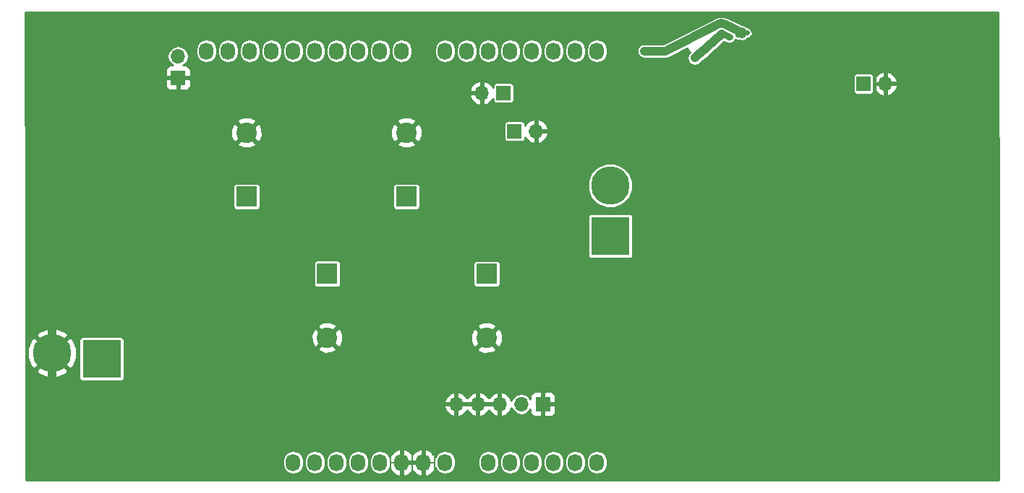
<source format=gbl>
G04 #@! TF.GenerationSoftware,KiCad,Pcbnew,(2017-11-06 revision 9df4ae65e)-makepkg*
G04 #@! TF.CreationDate,2018-07-16T22:37:48-07:00*
G04 #@! TF.ProjectId,MHz_LED_Modulator_v2,4D487A5F4C45445F4D6F64756C61746F,rev?*
G04 #@! TF.SameCoordinates,Original*
G04 #@! TF.FileFunction,Copper,L2,Bot,Signal*
G04 #@! TF.FilePolarity,Positive*
%FSLAX46Y46*%
G04 Gerber Fmt 4.6, Leading zero omitted, Abs format (unit mm)*
G04 Created by KiCad (PCBNEW (2017-11-06 revision 9df4ae65e)-makepkg) date 07/16/18 22:37:48*
%MOMM*%
%LPD*%
G01*
G04 APERTURE LIST*
%ADD10R,4.500880X4.500880*%
%ADD11C,4.500880*%
%ADD12O,1.700000X1.700000*%
%ADD13R,1.700000X1.700000*%
%ADD14R,40.640000X40.640000*%
%ADD15C,2.400000*%
%ADD16R,2.400000X2.400000*%
%ADD17O,1.727200X2.032000*%
%ADD18C,0.600000*%
%ADD19C,1.000000*%
%ADD20C,0.400000*%
%ADD21C,0.200000*%
%ADD22C,0.600000*%
%ADD23C,0.800000*%
%ADD24C,0.254000*%
G04 APERTURE END LIST*
D10*
X116530000Y-111700000D03*
X176080000Y-97260000D03*
D11*
X110730000Y-111010000D03*
X176060000Y-91350000D03*
D12*
X208270000Y-79410000D03*
D13*
X205730000Y-79410000D03*
D12*
X125460000Y-76190000D03*
D13*
X125460000Y-78730000D03*
D12*
X167390000Y-84990000D03*
D13*
X164850000Y-84990000D03*
D12*
X158040000Y-117000000D03*
X160580000Y-117000000D03*
X163120000Y-117000000D03*
X165660000Y-117000000D03*
D13*
X168200000Y-117000000D03*
X163568000Y-80505000D03*
D12*
X161028000Y-80505000D03*
D14*
X200990000Y-103540000D03*
D15*
X133488000Y-85145000D03*
D16*
X133488000Y-92645000D03*
D15*
X152208000Y-85145000D03*
D16*
X152208000Y-92645000D03*
X142918000Y-101695000D03*
D15*
X142918000Y-109195000D03*
X161608000Y-109205000D03*
D16*
X161608000Y-101705000D03*
D17*
X156718000Y-75575000D03*
X159258000Y-75575000D03*
X161798000Y-75575000D03*
X164338000Y-75575000D03*
X166878000Y-75575000D03*
X169418000Y-75575000D03*
X171958000Y-75575000D03*
X174498000Y-75575000D03*
X138938000Y-123825000D03*
X141478000Y-123825000D03*
X144018000Y-123825000D03*
X146558000Y-123825000D03*
X149098000Y-123825000D03*
X151638000Y-123825000D03*
X154178000Y-123825000D03*
X156718000Y-123825000D03*
X161798000Y-123825000D03*
X164338000Y-123825000D03*
X166878000Y-123825000D03*
X169418000Y-123825000D03*
X171958000Y-123825000D03*
X174498000Y-123825000D03*
X128778000Y-75575000D03*
X131318000Y-75575000D03*
X133858000Y-75575000D03*
X136398000Y-75575000D03*
X138938000Y-75575000D03*
X141478000Y-75575000D03*
X144018000Y-75575000D03*
X146558000Y-75575000D03*
X149098000Y-75575000D03*
X151638000Y-75575000D03*
D18*
X173120000Y-87280000D03*
X155430000Y-87460000D03*
X158060000Y-88600000D03*
X160870000Y-89830000D03*
X163540000Y-90990000D03*
X175810000Y-107700000D03*
X179150000Y-104830000D03*
X177650000Y-107700000D03*
X210300000Y-78910000D03*
X210330000Y-80240000D03*
X210510000Y-84380000D03*
X210420000Y-82150000D03*
X207000000Y-78120000D03*
X189860000Y-79670000D03*
X186530000Y-80500000D03*
X186050000Y-81550000D03*
X185210000Y-82590000D03*
X187360000Y-81670000D03*
X189090000Y-80970000D03*
X190898000Y-80185000D03*
X183330000Y-83310000D03*
X164299980Y-83435000D03*
X116210000Y-108570000D03*
X118200000Y-108230000D03*
X127490000Y-78880000D03*
X180500000Y-82840000D03*
X178420000Y-77490000D03*
X184120000Y-81910000D03*
X161950000Y-84900000D03*
X160720000Y-83440000D03*
X121180000Y-85280000D03*
X118790000Y-87750000D03*
X125230000Y-100280000D03*
X125020000Y-102550000D03*
X123330000Y-103570000D03*
X124690000Y-101540000D03*
X122450000Y-101520000D03*
X121300000Y-101550000D03*
X210100000Y-73510000D03*
X208100000Y-74120000D03*
X208350000Y-75580000D03*
X146360000Y-73130000D03*
X153150000Y-75750000D03*
X117900000Y-100100000D03*
X117970000Y-101640000D03*
X120990000Y-104610000D03*
X123370000Y-104620000D03*
X125280000Y-104820000D03*
X127000000Y-75000000D03*
X120010000Y-84820000D03*
X124000000Y-84000000D03*
X123000000Y-85000000D03*
X123000000Y-83000000D03*
X128530000Y-77290000D03*
X127000000Y-77000000D03*
X121558000Y-72695000D03*
X124000000Y-74000000D03*
X131000000Y-83000000D03*
X126000000Y-86000000D03*
X128000000Y-86000000D03*
X130000000Y-86000000D03*
X131000000Y-85000000D03*
X125000000Y-87000000D03*
X127000000Y-87000000D03*
X127000000Y-85000000D03*
X129000000Y-85000000D03*
X129000000Y-83000000D03*
X129000000Y-81000000D03*
X127000000Y-81000000D03*
X127000000Y-83000000D03*
X125000000Y-85000000D03*
X123000000Y-82000000D03*
X125000000Y-83000000D03*
X125000000Y-81000000D03*
X124020000Y-76110000D03*
X129000000Y-79000000D03*
X121948000Y-83015000D03*
X121168000Y-82195000D03*
X120358000Y-83055000D03*
X121158000Y-83815000D03*
X122988000Y-78245000D03*
X122368000Y-80415000D03*
X163890000Y-107490000D03*
X169220000Y-108820000D03*
X164300000Y-109760000D03*
X156350000Y-118250000D03*
X153540000Y-118250000D03*
X175940000Y-125220000D03*
X175740000Y-123030000D03*
X173240000Y-122530000D03*
X165640000Y-115650000D03*
X167660000Y-118720000D03*
X167110000Y-120510000D03*
X164950000Y-119950000D03*
X166260000Y-119630000D03*
X164780000Y-118050000D03*
X168440000Y-121180000D03*
X170390000Y-122530000D03*
X153530000Y-121210000D03*
X155040000Y-121690000D03*
X155080000Y-120530000D03*
X146440000Y-122290000D03*
X146440000Y-119410000D03*
X148270000Y-118780000D03*
X149820000Y-118240000D03*
X152300000Y-118870000D03*
X154860000Y-118870000D03*
X157780000Y-118870000D03*
X160580000Y-118870000D03*
X163260000Y-119450000D03*
X165490000Y-121680000D03*
X167520000Y-122320000D03*
X162860000Y-121140000D03*
X164610000Y-122300000D03*
X163530000Y-122270000D03*
X162230000Y-119930000D03*
X161190000Y-119930000D03*
X160350000Y-121270000D03*
X162100000Y-122340000D03*
X159980000Y-120230000D03*
X158800000Y-120250000D03*
X160890000Y-122350000D03*
X159160000Y-125440000D03*
X160320000Y-123280000D03*
X158110000Y-123330000D03*
X158080000Y-121030000D03*
X152070000Y-120530000D03*
X149820000Y-120590000D03*
X147040000Y-120590000D03*
X130000000Y-125000000D03*
X128000000Y-125000000D03*
X126000000Y-125000000D03*
X124000000Y-125000000D03*
X122000000Y-125000000D03*
X120000000Y-125000000D03*
X118000000Y-125000000D03*
X116000000Y-125000000D03*
X114000000Y-125000000D03*
X110000000Y-125000000D03*
X112000000Y-125000000D03*
X168860000Y-86000000D03*
X178610000Y-85260000D03*
X174760000Y-85570000D03*
X161030000Y-86340000D03*
X202960000Y-108740000D03*
X202980000Y-123080000D03*
X202940000Y-118830000D03*
X202970000Y-113870000D03*
X205280000Y-75850000D03*
X161668000Y-73765000D03*
X180320000Y-76580000D03*
X182430000Y-76630000D03*
X173530000Y-79890000D03*
X171620000Y-78680000D03*
X171620000Y-79930000D03*
X170550000Y-76830000D03*
X169480000Y-77610000D03*
X169388000Y-78465000D03*
X168690000Y-77060000D03*
X180990000Y-84310000D03*
X183430000Y-77120000D03*
X182180000Y-81900000D03*
X178960000Y-81900000D03*
X177720000Y-83310000D03*
X175828000Y-84595000D03*
X172788000Y-83925000D03*
X165410000Y-83500000D03*
X169898000Y-83295000D03*
X168268000Y-83505000D03*
X167348000Y-82475000D03*
X173178000Y-81015000D03*
X170018000Y-80495000D03*
X176328000Y-81705000D03*
X182658000Y-77745000D03*
X180088000Y-78905000D03*
X164998000Y-80825690D03*
X157108000Y-80535000D03*
X158118000Y-80065000D03*
X159208000Y-80535000D03*
X156688000Y-79075000D03*
X159638000Y-79085000D03*
X163798000Y-77435000D03*
X192708000Y-80185000D03*
X150828942Y-73765000D03*
X144950000Y-74330000D03*
X171140000Y-85570000D03*
X179320000Y-107700000D03*
X179750000Y-106190000D03*
X155498000Y-76395000D03*
X154838000Y-77395000D03*
X157948000Y-77435000D03*
X160738000Y-77435000D03*
X176638000Y-71595000D03*
X182248000Y-74515000D03*
X180488000Y-74515000D03*
X180258000Y-73265000D03*
X174268000Y-71595000D03*
X171608000Y-72235000D03*
X192958000Y-73425000D03*
X174078000Y-73625000D03*
X116358000Y-87665000D03*
X114748000Y-87665000D03*
X212348000Y-72145000D03*
X172940000Y-91060000D03*
X172930000Y-92510000D03*
X168210000Y-92480000D03*
X177640000Y-104840000D03*
X174370000Y-104820000D03*
X166800000Y-109270000D03*
X168930000Y-105980000D03*
X171820000Y-108320000D03*
X221110000Y-73140000D03*
X221100000Y-83220000D03*
X221110000Y-81130000D03*
X221110000Y-79120000D03*
X221100000Y-77200000D03*
X221110000Y-75180000D03*
X210590000Y-77890000D03*
X209440000Y-77960000D03*
X209860000Y-75750000D03*
X206330000Y-75630000D03*
X205370000Y-78000000D03*
X205220000Y-76880000D03*
X209980000Y-76920000D03*
X211348000Y-75145000D03*
X211348000Y-77145000D03*
X211348000Y-79145000D03*
X211348000Y-81145000D03*
X211348000Y-83145000D03*
X219348000Y-73145000D03*
X217348000Y-73145000D03*
X215348000Y-73145000D03*
X213348000Y-73145000D03*
X219348000Y-83145000D03*
X217348000Y-83145000D03*
X215348000Y-83145000D03*
X213348000Y-83145000D03*
X213348000Y-81145000D03*
X215348000Y-81145000D03*
X217348000Y-81145000D03*
X219348000Y-81145000D03*
X219348000Y-79145000D03*
X217348000Y-79145000D03*
X215348000Y-79145000D03*
X213348000Y-79145000D03*
X213348000Y-77145000D03*
X215348000Y-77145000D03*
X217348000Y-77145000D03*
X219348000Y-77145000D03*
X219348000Y-75145000D03*
X217348000Y-75145000D03*
X215348000Y-75145000D03*
X213348000Y-75145000D03*
X212348000Y-74145000D03*
X214348000Y-74145000D03*
X216348000Y-74145000D03*
X218348000Y-74145000D03*
X220348000Y-74145000D03*
X220348000Y-76145000D03*
X218348000Y-76145000D03*
X216348000Y-76145000D03*
X214348000Y-76145000D03*
X212348002Y-76145000D03*
X212348000Y-78145000D03*
X214348000Y-78145000D03*
X216348000Y-78145000D03*
X218348000Y-78145000D03*
X220348000Y-78145000D03*
X220348000Y-80145000D03*
X218348000Y-80145000D03*
X216348000Y-80145000D03*
X214348000Y-80145000D03*
X212348000Y-80145000D03*
X212348000Y-82145000D03*
X214348000Y-82145000D03*
X216348000Y-82145000D03*
X218348000Y-82145000D03*
X220348000Y-82145000D03*
X219998000Y-84365000D03*
X217998000Y-84365000D03*
X215998000Y-84365000D03*
X213998000Y-84365000D03*
X211998000Y-84365000D03*
X130998000Y-122365000D03*
X130998000Y-124365000D03*
X128998000Y-122365000D03*
X126998000Y-124365000D03*
X126998000Y-122365000D03*
X125998000Y-123365000D03*
X124998000Y-124365000D03*
X123998000Y-123365000D03*
X122998000Y-122365000D03*
X122998000Y-124365000D03*
X121998000Y-123365000D03*
X120998000Y-122365000D03*
X120998000Y-124365000D03*
X119998000Y-123365000D03*
X118998000Y-122365000D03*
X117998000Y-123365000D03*
X116998000Y-122365000D03*
X116998000Y-124365000D03*
X115998000Y-123365000D03*
X114998000Y-122365000D03*
X113998000Y-123365000D03*
X114998000Y-124365000D03*
X112998000Y-122365000D03*
X111998000Y-123365000D03*
X112998000Y-124365000D03*
X110998000Y-122365000D03*
X108998000Y-122365000D03*
X110998000Y-124365000D03*
X109998000Y-123365000D03*
X108998000Y-124365000D03*
X127998000Y-123365000D03*
X129998000Y-123365000D03*
X128998000Y-124365000D03*
X124998000Y-122365000D03*
X118998000Y-124365000D03*
X206008000Y-125455000D03*
X155438000Y-122755000D03*
X151930000Y-121850000D03*
X202658000Y-125485000D03*
X198448000Y-125485000D03*
X193538000Y-125485000D03*
X188468000Y-125485000D03*
X183418000Y-125485000D03*
X178508000Y-125485000D03*
X173238000Y-125475000D03*
X168138000Y-125485000D03*
X163048000Y-125495000D03*
X156158000Y-125485000D03*
X206228000Y-87645000D03*
X208138000Y-84895000D03*
X162778000Y-79085000D03*
X153938000Y-83445000D03*
X136708000Y-79015000D03*
X198028000Y-72875000D03*
X200318000Y-72855000D03*
X203118000Y-72865000D03*
X197488000Y-78715000D03*
X195258000Y-78715000D03*
X194298000Y-79815000D03*
X190928000Y-78735000D03*
X118650000Y-82230000D03*
X118608000Y-80525000D03*
X117058000Y-79775000D03*
X114728000Y-79785000D03*
X112938000Y-98815000D03*
X112868000Y-97085000D03*
X113968000Y-95885000D03*
X116358000Y-95905000D03*
X117688000Y-96895000D03*
X117708000Y-98535000D03*
X118868000Y-99435000D03*
X119892663Y-98439663D03*
X120298000Y-97605000D03*
X119878000Y-95675000D03*
X132598000Y-76835000D03*
X151568000Y-80535000D03*
X133648000Y-79095000D03*
X135488000Y-78165000D03*
X137668000Y-76855000D03*
X138188000Y-78535000D03*
X138448000Y-80755000D03*
X140468000Y-80905000D03*
X142388000Y-83435000D03*
X146418000Y-83445000D03*
X150458000Y-83455000D03*
X113520000Y-108560000D03*
X120098000Y-107655000D03*
X122798000Y-107655000D03*
X123398000Y-105805000D03*
X121388000Y-95595000D03*
X137168000Y-124985000D03*
X134428000Y-124305000D03*
X140258000Y-125135000D03*
X145308000Y-125135000D03*
X150398000Y-125135000D03*
X131778000Y-125125000D03*
X108258009Y-125124990D03*
X108258000Y-121585000D03*
X108258000Y-118065000D03*
X108258009Y-114745000D03*
X108258009Y-105878526D03*
X108258009Y-108565000D03*
X108258000Y-99425000D03*
X108258000Y-96995000D03*
X108258000Y-94155000D03*
X108308000Y-91635000D03*
X110268000Y-91605010D03*
X108258009Y-101946472D03*
X115458000Y-91605000D03*
X117928000Y-91605010D03*
X112768000Y-91605010D03*
X165198000Y-72435000D03*
X169008000Y-71595000D03*
X125645841Y-72355011D03*
X127898000Y-72475000D03*
X132278000Y-72545000D03*
X137588000Y-72535000D03*
X142798000Y-72525000D03*
X145408000Y-72395000D03*
X152018000Y-72505000D03*
X155048000Y-72655000D03*
X156838000Y-72505000D03*
X160438000Y-72535000D03*
X163138000Y-72535000D03*
X162998000Y-71255000D03*
X159068000Y-71235000D03*
X154768000Y-71255000D03*
X151228000Y-71255000D03*
X146168000Y-71235000D03*
X141498000Y-71255000D03*
X136158000Y-71255000D03*
X130818000Y-71255000D03*
X126728000Y-71255000D03*
X122728000Y-71245000D03*
X119428619Y-71245000D03*
X166238000Y-71245000D03*
X124298000Y-96655000D03*
X126308000Y-96675000D03*
X127678000Y-97985000D03*
X130008000Y-98275000D03*
X123858000Y-88075000D03*
X123508000Y-90295000D03*
X123728000Y-93135000D03*
X123738000Y-95145000D03*
X110008000Y-82185000D03*
X110018000Y-79605000D03*
X110013342Y-77610342D03*
X119628000Y-88975000D03*
X121488000Y-90855000D03*
X129988000Y-77015000D03*
X113548000Y-72835000D03*
X114918000Y-72195000D03*
X111668000Y-73685000D03*
X116888000Y-72195000D03*
X123918000Y-72825000D03*
X118828000Y-72695030D03*
X156688000Y-73765000D03*
X152728000Y-73775000D03*
X149128000Y-73125000D03*
X142868000Y-73785000D03*
X138948000Y-73775000D03*
X133858000Y-73775000D03*
X172498000Y-77365000D03*
X173530000Y-78570000D03*
X165998000Y-86365000D03*
X166270000Y-90920000D03*
X172050000Y-89320000D03*
X172970000Y-89850000D03*
X170490000Y-89340000D03*
X168970000Y-89340000D03*
X155910000Y-85570000D03*
X158498000Y-86365000D03*
X163498000Y-86365000D03*
X158498000Y-83435000D03*
X155968000Y-83445000D03*
X154028000Y-80525000D03*
X148388000Y-79685000D03*
X145378000Y-80275000D03*
X149678000Y-79615000D03*
X147698000Y-80535000D03*
X152928000Y-78145000D03*
X151958000Y-79275000D03*
X150998000Y-78185000D03*
X145308000Y-78835000D03*
X142608000Y-78445000D03*
X128498000Y-73865000D03*
X125998000Y-73865000D03*
X130938000Y-79095000D03*
X187438000Y-71265000D03*
X199098000Y-74575000D03*
X165138000Y-73765000D03*
X168418000Y-73805000D03*
X123550000Y-101540000D03*
X186058000Y-72595000D03*
X188768000Y-78655000D03*
X188518000Y-79365000D03*
X187568000Y-79375000D03*
X186518000Y-79385000D03*
X185028000Y-75785000D03*
X210130000Y-71300000D03*
X204798000Y-74205000D03*
X206628000Y-73045000D03*
X181098000Y-73285000D03*
X173070000Y-105400000D03*
X171530000Y-92490000D03*
X167738000Y-87385000D03*
X167280000Y-89360000D03*
X114258000Y-83305000D03*
X114318000Y-82315000D03*
X116248000Y-83425000D03*
X116248000Y-82295000D03*
X128290000Y-103530000D03*
X126380000Y-103580000D03*
X127698000Y-101855000D03*
X127708000Y-100295000D03*
X126340000Y-102470000D03*
X120140000Y-101740000D03*
X121470000Y-103590000D03*
X124790000Y-103610000D03*
X115608000Y-99925000D03*
X121200000Y-86490000D03*
X110718000Y-90085000D03*
X115428000Y-88315000D03*
X108298000Y-77905000D03*
X108298000Y-75695000D03*
X121578000Y-78235000D03*
X122928000Y-76295000D03*
X121688000Y-76305000D03*
X111568000Y-103265000D03*
X113068000Y-86755000D03*
X113228000Y-85895000D03*
X123498000Y-86365000D03*
X119120000Y-83700000D03*
X175188000Y-77255000D03*
X175378000Y-78555000D03*
X112678000Y-101645010D03*
X177108000Y-78905000D03*
X184208000Y-73525000D03*
X182618000Y-78895000D03*
X176678000Y-76255000D03*
X170768000Y-73985000D03*
X172358000Y-73985000D03*
X179488000Y-73535000D03*
X178458000Y-73835000D03*
X178488000Y-75495000D03*
X176108000Y-74355000D03*
X111048692Y-87355692D03*
X109268000Y-75025000D03*
X108428000Y-72665000D03*
X108298000Y-80305000D03*
X108298000Y-82755000D03*
X108298010Y-85715000D03*
X117668000Y-90075000D03*
X108588000Y-90095000D03*
X129310000Y-104870000D03*
X129228000Y-102055000D03*
X129228000Y-100165000D03*
X126080000Y-101460000D03*
X127350000Y-104840000D03*
X182028000Y-73295000D03*
X166430000Y-106720000D03*
X218498000Y-123865000D03*
X213498000Y-123865000D03*
X208498000Y-123865000D03*
X218498000Y-118865000D03*
X213498000Y-118865000D03*
X208498000Y-118865000D03*
X218498000Y-113865000D03*
X213498000Y-113865000D03*
X208498000Y-113865000D03*
X218498000Y-108865000D03*
X213498000Y-108865000D03*
X208498000Y-108865000D03*
X218498000Y-103865000D03*
X213498000Y-103865000D03*
X208498000Y-103865000D03*
X218498000Y-98865000D03*
X213498000Y-98865000D03*
X208498000Y-98865000D03*
X218498000Y-93865000D03*
X213498000Y-93865000D03*
X208498000Y-93865000D03*
X218498000Y-88865000D03*
X213498000Y-88865000D03*
X208498000Y-88865000D03*
X214348000Y-72145000D03*
X182508000Y-75585000D03*
X180058000Y-75585000D03*
X181278000Y-75585000D03*
X220998000Y-121365000D03*
X220998000Y-116365000D03*
X220998000Y-111365000D03*
X220998000Y-106365000D03*
X220998000Y-101365000D03*
X220998000Y-96365000D03*
X220998000Y-91365000D03*
X220998000Y-86365000D03*
X215998000Y-86365000D03*
X210998000Y-86365000D03*
X215998000Y-91365000D03*
X210998000Y-91365000D03*
X215998000Y-96365000D03*
X210998000Y-96365000D03*
X215998000Y-101365000D03*
X210998000Y-101365000D03*
X215998000Y-106365000D03*
X210998000Y-106365000D03*
X215998000Y-111365000D03*
X210998000Y-111365000D03*
X215998000Y-116365000D03*
X210998000Y-116365000D03*
X215998000Y-121365000D03*
X210998000Y-121365000D03*
X205998000Y-121365000D03*
X205998000Y-116365000D03*
X205998000Y-111365000D03*
X205998000Y-106365000D03*
X205998000Y-101365000D03*
X205998000Y-96365000D03*
X205998000Y-91365000D03*
X220348000Y-72145000D03*
X216348000Y-72145000D03*
X218348000Y-72145000D03*
X212348000Y-72145000D03*
X206598000Y-71265000D03*
X208348000Y-72145000D03*
X202118000Y-71255000D03*
X198138000Y-71255000D03*
X194228000Y-71255000D03*
X190538000Y-71245000D03*
X130998000Y-81365000D03*
X110428000Y-84525000D03*
X111888000Y-84975000D03*
X113348000Y-84975000D03*
X113898000Y-88295000D03*
X113098000Y-90085000D03*
X117028000Y-88305000D03*
X193938000Y-73425000D03*
X162809990Y-83435000D03*
X184550000Y-77080000D03*
X189078000Y-73475000D03*
X186638000Y-75735000D03*
X185958000Y-76385000D03*
X192048000Y-73425000D03*
X190988000Y-73665000D03*
X190038000Y-73815000D03*
X122418000Y-103575000D03*
X120140000Y-103920000D03*
X113448000Y-99995000D03*
X114048000Y-98645000D03*
X115478000Y-98635000D03*
X193908000Y-75165000D03*
X193918000Y-74265000D03*
X174050000Y-107710000D03*
X171160000Y-105240000D03*
X173080000Y-107070000D03*
X176150000Y-104830000D03*
X166650000Y-92350000D03*
X162788000Y-87385000D03*
X165178000Y-87345000D03*
X169920000Y-92510000D03*
X112578000Y-103265000D03*
X113588000Y-103265000D03*
X110498000Y-103265000D03*
D19*
X110730000Y-116700000D02*
X110800000Y-116770000D01*
X110730000Y-111010000D02*
X110730000Y-116700000D01*
X110720000Y-107817398D02*
X110720000Y-105610000D01*
X110730000Y-111010000D02*
X110730000Y-107827398D01*
X110730000Y-107827398D02*
X110720000Y-107817398D01*
X112980439Y-108749561D02*
X114700000Y-107030000D01*
X112980439Y-108759561D02*
X112980439Y-108749561D01*
D20*
X206990000Y-78370000D02*
X206990000Y-81040000D01*
X206990000Y-77860000D02*
X206990000Y-78370000D01*
X206990000Y-79420000D02*
X206990000Y-77860000D01*
X207000000Y-79410000D02*
X206990000Y-79420000D01*
X208270000Y-79410000D02*
X207000000Y-79410000D01*
X208270000Y-79410000D02*
X207700000Y-79410000D01*
D21*
X150574400Y-123825000D02*
X150358000Y-123825000D01*
X151638000Y-123825000D02*
X150574400Y-123825000D01*
D22*
X192958000Y-73425000D02*
X192568000Y-72805000D01*
X182268000Y-74625000D02*
X178228000Y-74615000D01*
X187868000Y-71775000D02*
X182268000Y-74625000D01*
X188098000Y-71655000D02*
X187868000Y-71775000D01*
X188478000Y-71485000D02*
X188098000Y-71655000D01*
X188868000Y-71365000D02*
X188478000Y-71485000D01*
X189208000Y-71365000D02*
X188868000Y-71365000D01*
X189738000Y-71495000D02*
X189208000Y-71365000D01*
X191578000Y-72285000D02*
X189738000Y-71495000D01*
X192568000Y-72805000D02*
X191578000Y-72285000D01*
D21*
X155241600Y-123825000D02*
X155468000Y-123825000D01*
X154178000Y-123825000D02*
X155241600Y-123825000D01*
X140218000Y-74245000D02*
X140218000Y-76805000D01*
X135138000Y-73675000D02*
X135138000Y-77445000D01*
X132578000Y-76735000D02*
X132578000Y-73645000D01*
X147838000Y-77145000D02*
X147838000Y-74015000D01*
X173208000Y-122135000D02*
X173208000Y-125515000D01*
X172388000Y-121315000D02*
X173208000Y-122135000D01*
X171488000Y-121315000D02*
X172388000Y-121315000D01*
X170688000Y-122115000D02*
X171488000Y-121315000D01*
X170688000Y-125585000D02*
X170688000Y-122115000D01*
X170638000Y-125635000D02*
X170688000Y-125585000D01*
X168298000Y-125635000D02*
X170638000Y-125635000D01*
X168138000Y-125475000D02*
X168298000Y-125635000D01*
X168138000Y-122595000D02*
X168138000Y-125475000D01*
X166598000Y-121055000D02*
X168138000Y-122595000D01*
X166068000Y-121055000D02*
X166598000Y-121055000D01*
X165618000Y-121505000D02*
X166068000Y-121055000D01*
X165618000Y-125255000D02*
X165618000Y-121505000D01*
X165268000Y-125605000D02*
X165618000Y-125255000D01*
X163298000Y-125605000D02*
X165268000Y-125605000D01*
X163058000Y-125365000D02*
X163298000Y-125605000D01*
X163058000Y-121985000D02*
X163058000Y-125365000D01*
X162768000Y-121695000D02*
X163058000Y-121985000D01*
X160342264Y-121695000D02*
X162768000Y-121695000D01*
X159318000Y-122295000D02*
X159742264Y-122295000D01*
X159742264Y-122295000D02*
X160342264Y-121695000D01*
X137148000Y-125085000D02*
X137148000Y-125095000D01*
X137178000Y-125085000D02*
X137148000Y-125085000D01*
X137708000Y-125615000D02*
X137178000Y-125085000D01*
X139808000Y-125615000D02*
X137708000Y-125615000D01*
X140198000Y-125225000D02*
X139808000Y-125615000D01*
X140198000Y-122185000D02*
X140198000Y-125225000D01*
X140848000Y-121535000D02*
X140198000Y-122185000D01*
X141958000Y-121535000D02*
X140848000Y-121535000D01*
X142758000Y-122335000D02*
X141958000Y-121535000D01*
X142758000Y-125305000D02*
X142758000Y-122335000D01*
X143118000Y-125665000D02*
X142758000Y-125305000D01*
X144708000Y-125665000D02*
X143118000Y-125665000D01*
X145298000Y-125075000D02*
X144708000Y-125665000D01*
X145298000Y-122115000D02*
X145298000Y-125075000D01*
X145688000Y-121725000D02*
X145298000Y-122115000D01*
X147078000Y-121725000D02*
X145688000Y-121725000D01*
X147838000Y-122485000D02*
X147078000Y-121725000D01*
X147838000Y-125405000D02*
X147838000Y-122485000D01*
X148098000Y-125665000D02*
X147838000Y-125405000D01*
X149808000Y-125665000D02*
X148098000Y-125665000D01*
X150338000Y-125135000D02*
X149808000Y-125665000D01*
X150348000Y-125135000D02*
X150338000Y-125135000D01*
X150348000Y-122305000D02*
X150348000Y-125135000D01*
X151178000Y-121475000D02*
X150348000Y-122305000D01*
X152308000Y-121475000D02*
X151178000Y-121475000D01*
X152908000Y-122075000D02*
X152308000Y-121475000D01*
X152908000Y-125595000D02*
X152908000Y-122075000D01*
X152978000Y-125665000D02*
X152908000Y-125595000D01*
X155368000Y-125665000D02*
X152978000Y-125665000D01*
X155468000Y-125565000D02*
X155368000Y-125665000D01*
X155468000Y-121925000D02*
X155468000Y-125565000D01*
X156218000Y-121175000D02*
X155468000Y-121925000D01*
X158498000Y-121175000D02*
X156218000Y-121175000D01*
X173848000Y-78675000D02*
X174128000Y-78955000D01*
X173228000Y-73585000D02*
X173228000Y-78645000D01*
X172278000Y-72675000D02*
X173238000Y-73635000D01*
X171928000Y-72675000D02*
X172278000Y-72675000D01*
X170788000Y-73815000D02*
X171928000Y-72675000D01*
X170688000Y-73815000D02*
X170788000Y-73815000D01*
X170688000Y-77835000D02*
X170688000Y-73815000D01*
X170288000Y-78305000D02*
X170698000Y-77895000D01*
X168958000Y-78305000D02*
X170308000Y-78305000D01*
X168178000Y-77515000D02*
X168958000Y-78295000D01*
X168148000Y-73685000D02*
X168148000Y-77465000D01*
X167478000Y-73015000D02*
X168148000Y-73685000D01*
X166168000Y-73015000D02*
X167478000Y-73015000D01*
X165618000Y-73565000D02*
X166168000Y-73015000D01*
X165618000Y-77445000D02*
X165618000Y-73565000D01*
X165198000Y-77865000D02*
X165618000Y-77445000D01*
X164178000Y-77865000D02*
X165198000Y-77865000D01*
X163098000Y-76785000D02*
X164178000Y-77865000D01*
X163098000Y-73615000D02*
X163098000Y-76785000D01*
X162228000Y-72745000D02*
X163098000Y-73615000D01*
X161508000Y-72745000D02*
X162228000Y-72745000D01*
X160558000Y-73695000D02*
X161508000Y-72745000D01*
X160558000Y-77675000D02*
X160558000Y-73695000D01*
X160148000Y-78085000D02*
X160558000Y-77675000D01*
X158728000Y-78085000D02*
X160148000Y-78085000D01*
X157988000Y-77345000D02*
X158728000Y-78085000D01*
X157988000Y-74640736D02*
X157988000Y-77345000D01*
X156688000Y-73765000D02*
X157112264Y-73765000D01*
X157112264Y-73765000D02*
X157988000Y-74640736D01*
X150368000Y-77645000D02*
X150978000Y-78255000D01*
X150368000Y-74385000D02*
X150368000Y-77645000D01*
X149708000Y-73725000D02*
X150368000Y-74385000D01*
X148128000Y-73725000D02*
X149708000Y-73725000D01*
X147838000Y-74015000D02*
X148128000Y-73725000D01*
X147558000Y-77425000D02*
X147838000Y-77145000D01*
X145828000Y-77425000D02*
X147558000Y-77425000D01*
X145318000Y-76915000D02*
X145828000Y-77425000D01*
X145318000Y-74055000D02*
X145318000Y-76915000D01*
X144638000Y-73375000D02*
X145318000Y-74055000D01*
X143398000Y-73375000D02*
X144638000Y-73375000D01*
X142838000Y-73935000D02*
X143398000Y-73375000D01*
X142768000Y-73935000D02*
X142838000Y-73935000D01*
X142768000Y-76975000D02*
X142768000Y-73935000D01*
X142258000Y-77485000D02*
X142768000Y-76975000D01*
X140898000Y-77485000D02*
X142258000Y-77485000D01*
X140218000Y-76805000D02*
X140898000Y-77485000D01*
X139688000Y-73715000D02*
X140218000Y-74245000D01*
X138878000Y-73715000D02*
X139688000Y-73715000D01*
X138778000Y-73815000D02*
X138878000Y-73715000D01*
X137658000Y-73815000D02*
X138778000Y-73815000D01*
X137658000Y-74695000D02*
X137658000Y-73815000D01*
X137658000Y-77425000D02*
X137658000Y-74695000D01*
X137638000Y-77445000D02*
X137658000Y-77425000D01*
X135138000Y-77445000D02*
X137638000Y-77445000D01*
X135168000Y-73645000D02*
X135138000Y-73675000D01*
X132578000Y-73645000D02*
X135168000Y-73645000D01*
X131858000Y-77455000D02*
X132578000Y-76735000D01*
X130338000Y-77455000D02*
X131858000Y-77455000D01*
X130048000Y-77165000D02*
X130338000Y-77455000D01*
X130058000Y-77155000D02*
X130048000Y-77165000D01*
X130058000Y-74025000D02*
X130058000Y-77155000D01*
X129898000Y-73865000D02*
X130058000Y-74025000D01*
X128922264Y-73865000D02*
X129898000Y-73865000D01*
X128498000Y-73865000D02*
X128922264Y-73865000D01*
X192002264Y-71065000D02*
X185668000Y-71065000D01*
X193938000Y-73425000D02*
X193938000Y-73000736D01*
X193938000Y-73000736D02*
X192002264Y-71065000D01*
X193908000Y-75165000D02*
X193483736Y-75165000D01*
X193483736Y-75165000D02*
X193073736Y-74755000D01*
D19*
X182508000Y-75585000D02*
X188618000Y-72465000D01*
X191508000Y-73465000D02*
X191498000Y-73465000D01*
X190648000Y-72955000D02*
X191508000Y-73465000D01*
X189388000Y-72405000D02*
X190648000Y-72955000D01*
X189078000Y-72325000D02*
X189388000Y-72405000D01*
X188618000Y-72465000D02*
X189078000Y-72325000D01*
X191498000Y-73325000D02*
X191498000Y-73465000D01*
X191498000Y-73465000D02*
X191498000Y-73544716D01*
X180482264Y-75585000D02*
X182488000Y-75585000D01*
X182488000Y-75585000D02*
X182388000Y-75585000D01*
X180058000Y-75585000D02*
X180482264Y-75585000D01*
X186608000Y-75855000D02*
X189098000Y-73595000D01*
X186488000Y-75855000D02*
X186608000Y-75855000D01*
X186608000Y-75855000D02*
X186538000Y-75855000D01*
X185958000Y-76385000D02*
X186488000Y-75855000D01*
D22*
X190988000Y-73665000D02*
X191498000Y-73544716D01*
X191498000Y-73544716D02*
X191488000Y-73547075D01*
X191488000Y-73547075D02*
X191578000Y-73525849D01*
X191578000Y-73525849D02*
X192048000Y-73415000D01*
X192048000Y-73415000D02*
X192048000Y-73425000D01*
D23*
X189538000Y-73685000D02*
X189538000Y-73692079D01*
X189078000Y-73475000D02*
X189098000Y-73484438D01*
X189098000Y-73484438D02*
X189538000Y-73692079D01*
X189538000Y-73692079D02*
X189968000Y-73895000D01*
X189968000Y-73895000D02*
X190028000Y-73935000D01*
D24*
G36*
X221546000Y-100149805D02*
X221546000Y-125913000D01*
X107706679Y-125913000D01*
X107702568Y-123645310D01*
X137697400Y-123645310D01*
X137697400Y-124004690D01*
X137791835Y-124479447D01*
X138060763Y-124881927D01*
X138463243Y-125150855D01*
X138938000Y-125245290D01*
X139412757Y-125150855D01*
X139815237Y-124881927D01*
X140084165Y-124479447D01*
X140178600Y-124004690D01*
X140178600Y-123645310D01*
X140237400Y-123645310D01*
X140237400Y-124004690D01*
X140331835Y-124479447D01*
X140600763Y-124881927D01*
X141003243Y-125150855D01*
X141478000Y-125245290D01*
X141952757Y-125150855D01*
X142355237Y-124881927D01*
X142624165Y-124479447D01*
X142718600Y-124004690D01*
X142718600Y-123645310D01*
X142777400Y-123645310D01*
X142777400Y-124004690D01*
X142871835Y-124479447D01*
X143140763Y-124881927D01*
X143543243Y-125150855D01*
X144018000Y-125245290D01*
X144492757Y-125150855D01*
X144895237Y-124881927D01*
X145164165Y-124479447D01*
X145258600Y-124004690D01*
X145258600Y-123645310D01*
X145317400Y-123645310D01*
X145317400Y-124004690D01*
X145411835Y-124479447D01*
X145680763Y-124881927D01*
X146083243Y-125150855D01*
X146558000Y-125245290D01*
X147032757Y-125150855D01*
X147435237Y-124881927D01*
X147704165Y-124479447D01*
X147798600Y-124004690D01*
X147798600Y-123645310D01*
X147857400Y-123645310D01*
X147857400Y-124004690D01*
X147951835Y-124479447D01*
X148220763Y-124881927D01*
X148623243Y-125150855D01*
X149098000Y-125245290D01*
X149572757Y-125150855D01*
X149975237Y-124881927D01*
X150244165Y-124479447D01*
X150248145Y-124459439D01*
X150346046Y-124739320D01*
X150735964Y-125175732D01*
X151263209Y-125429709D01*
X151278974Y-125432358D01*
X151511000Y-125311217D01*
X151511000Y-123952000D01*
X151765000Y-123952000D01*
X151765000Y-125311217D01*
X151997026Y-125432358D01*
X152012791Y-125429709D01*
X152540036Y-125175732D01*
X152908000Y-124763892D01*
X153275964Y-125175732D01*
X153803209Y-125429709D01*
X153818974Y-125432358D01*
X154051000Y-125311217D01*
X154051000Y-123952000D01*
X151765000Y-123952000D01*
X151511000Y-123952000D01*
X151491000Y-123952000D01*
X151491000Y-123698000D01*
X151511000Y-123698000D01*
X151511000Y-122338783D01*
X151765000Y-122338783D01*
X151765000Y-123698000D01*
X154051000Y-123698000D01*
X154051000Y-122338783D01*
X154305000Y-122338783D01*
X154305000Y-123698000D01*
X154325000Y-123698000D01*
X154325000Y-123952000D01*
X154305000Y-123952000D01*
X154305000Y-125311217D01*
X154537026Y-125432358D01*
X154552791Y-125429709D01*
X155080036Y-125175732D01*
X155469954Y-124739320D01*
X155567855Y-124459439D01*
X155571835Y-124479447D01*
X155840763Y-124881927D01*
X156243243Y-125150855D01*
X156718000Y-125245290D01*
X157192757Y-125150855D01*
X157595237Y-124881927D01*
X157864165Y-124479447D01*
X157958600Y-124004690D01*
X157958600Y-123645310D01*
X160557400Y-123645310D01*
X160557400Y-124004690D01*
X160651835Y-124479447D01*
X160920763Y-124881927D01*
X161323243Y-125150855D01*
X161798000Y-125245290D01*
X162272757Y-125150855D01*
X162675237Y-124881927D01*
X162944165Y-124479447D01*
X163038600Y-124004690D01*
X163038600Y-123645310D01*
X163097400Y-123645310D01*
X163097400Y-124004690D01*
X163191835Y-124479447D01*
X163460763Y-124881927D01*
X163863243Y-125150855D01*
X164338000Y-125245290D01*
X164812757Y-125150855D01*
X165215237Y-124881927D01*
X165484165Y-124479447D01*
X165578600Y-124004690D01*
X165578600Y-123645310D01*
X165637400Y-123645310D01*
X165637400Y-124004690D01*
X165731835Y-124479447D01*
X166000763Y-124881927D01*
X166403243Y-125150855D01*
X166878000Y-125245290D01*
X167352757Y-125150855D01*
X167755237Y-124881927D01*
X168024165Y-124479447D01*
X168118600Y-124004690D01*
X168118600Y-123645310D01*
X168177400Y-123645310D01*
X168177400Y-124004690D01*
X168271835Y-124479447D01*
X168540763Y-124881927D01*
X168943243Y-125150855D01*
X169418000Y-125245290D01*
X169892757Y-125150855D01*
X170295237Y-124881927D01*
X170564165Y-124479447D01*
X170658600Y-124004690D01*
X170658600Y-123645310D01*
X170717400Y-123645310D01*
X170717400Y-124004690D01*
X170811835Y-124479447D01*
X171080763Y-124881927D01*
X171483243Y-125150855D01*
X171958000Y-125245290D01*
X172432757Y-125150855D01*
X172835237Y-124881927D01*
X173104165Y-124479447D01*
X173198600Y-124004690D01*
X173198600Y-123645310D01*
X173257400Y-123645310D01*
X173257400Y-124004690D01*
X173351835Y-124479447D01*
X173620763Y-124881927D01*
X174023243Y-125150855D01*
X174498000Y-125245290D01*
X174972757Y-125150855D01*
X175375237Y-124881927D01*
X175644165Y-124479447D01*
X175738600Y-124004690D01*
X175738600Y-123645310D01*
X175644165Y-123170553D01*
X175375237Y-122768073D01*
X174972757Y-122499145D01*
X174498000Y-122404710D01*
X174023243Y-122499145D01*
X173620763Y-122768073D01*
X173351835Y-123170553D01*
X173257400Y-123645310D01*
X173198600Y-123645310D01*
X173104165Y-123170553D01*
X172835237Y-122768073D01*
X172432757Y-122499145D01*
X171958000Y-122404710D01*
X171483243Y-122499145D01*
X171080763Y-122768073D01*
X170811835Y-123170553D01*
X170717400Y-123645310D01*
X170658600Y-123645310D01*
X170564165Y-123170553D01*
X170295237Y-122768073D01*
X169892757Y-122499145D01*
X169418000Y-122404710D01*
X168943243Y-122499145D01*
X168540763Y-122768073D01*
X168271835Y-123170553D01*
X168177400Y-123645310D01*
X168118600Y-123645310D01*
X168024165Y-123170553D01*
X167755237Y-122768073D01*
X167352757Y-122499145D01*
X166878000Y-122404710D01*
X166403243Y-122499145D01*
X166000763Y-122768073D01*
X165731835Y-123170553D01*
X165637400Y-123645310D01*
X165578600Y-123645310D01*
X165484165Y-123170553D01*
X165215237Y-122768073D01*
X164812757Y-122499145D01*
X164338000Y-122404710D01*
X163863243Y-122499145D01*
X163460763Y-122768073D01*
X163191835Y-123170553D01*
X163097400Y-123645310D01*
X163038600Y-123645310D01*
X162944165Y-123170553D01*
X162675237Y-122768073D01*
X162272757Y-122499145D01*
X161798000Y-122404710D01*
X161323243Y-122499145D01*
X160920763Y-122768073D01*
X160651835Y-123170553D01*
X160557400Y-123645310D01*
X157958600Y-123645310D01*
X157864165Y-123170553D01*
X157595237Y-122768073D01*
X157192757Y-122499145D01*
X156718000Y-122404710D01*
X156243243Y-122499145D01*
X155840763Y-122768073D01*
X155571835Y-123170553D01*
X155567855Y-123190561D01*
X155469954Y-122910680D01*
X155080036Y-122474268D01*
X154552791Y-122220291D01*
X154537026Y-122217642D01*
X154305000Y-122338783D01*
X154051000Y-122338783D01*
X153818974Y-122217642D01*
X153803209Y-122220291D01*
X153275964Y-122474268D01*
X152908000Y-122886108D01*
X152540036Y-122474268D01*
X152012791Y-122220291D01*
X151997026Y-122217642D01*
X151765000Y-122338783D01*
X151511000Y-122338783D01*
X151278974Y-122217642D01*
X151263209Y-122220291D01*
X150735964Y-122474268D01*
X150346046Y-122910680D01*
X150248145Y-123190561D01*
X150244165Y-123170553D01*
X149975237Y-122768073D01*
X149572757Y-122499145D01*
X149098000Y-122404710D01*
X148623243Y-122499145D01*
X148220763Y-122768073D01*
X147951835Y-123170553D01*
X147857400Y-123645310D01*
X147798600Y-123645310D01*
X147704165Y-123170553D01*
X147435237Y-122768073D01*
X147032757Y-122499145D01*
X146558000Y-122404710D01*
X146083243Y-122499145D01*
X145680763Y-122768073D01*
X145411835Y-123170553D01*
X145317400Y-123645310D01*
X145258600Y-123645310D01*
X145164165Y-123170553D01*
X144895237Y-122768073D01*
X144492757Y-122499145D01*
X144018000Y-122404710D01*
X143543243Y-122499145D01*
X143140763Y-122768073D01*
X142871835Y-123170553D01*
X142777400Y-123645310D01*
X142718600Y-123645310D01*
X142624165Y-123170553D01*
X142355237Y-122768073D01*
X141952757Y-122499145D01*
X141478000Y-122404710D01*
X141003243Y-122499145D01*
X140600763Y-122768073D01*
X140331835Y-123170553D01*
X140237400Y-123645310D01*
X140178600Y-123645310D01*
X140084165Y-123170553D01*
X139815237Y-122768073D01*
X139412757Y-122499145D01*
X138938000Y-122404710D01*
X138463243Y-122499145D01*
X138060763Y-122768073D01*
X137791835Y-123170553D01*
X137697400Y-123645310D01*
X107702568Y-123645310D01*
X107691166Y-117356892D01*
X156598514Y-117356892D01*
X156844817Y-117881358D01*
X157273076Y-118271645D01*
X157683110Y-118441476D01*
X157913000Y-118320155D01*
X157913000Y-117127000D01*
X158167000Y-117127000D01*
X158167000Y-118320155D01*
X158396890Y-118441476D01*
X158806924Y-118271645D01*
X159235183Y-117881358D01*
X159310000Y-117722046D01*
X159384817Y-117881358D01*
X159813076Y-118271645D01*
X160223110Y-118441476D01*
X160453000Y-118320155D01*
X160453000Y-117127000D01*
X160707000Y-117127000D01*
X160707000Y-118320155D01*
X160936890Y-118441476D01*
X161346924Y-118271645D01*
X161775183Y-117881358D01*
X161850000Y-117722046D01*
X161924817Y-117881358D01*
X162353076Y-118271645D01*
X162763110Y-118441476D01*
X162993000Y-118320155D01*
X162993000Y-117127000D01*
X160707000Y-117127000D01*
X160453000Y-117127000D01*
X158167000Y-117127000D01*
X157913000Y-117127000D01*
X156719181Y-117127000D01*
X156598514Y-117356892D01*
X107691166Y-117356892D01*
X107689872Y-116643108D01*
X156598514Y-116643108D01*
X156719181Y-116873000D01*
X157913000Y-116873000D01*
X157913000Y-115679845D01*
X158167000Y-115679845D01*
X158167000Y-116873000D01*
X160453000Y-116873000D01*
X160453000Y-115679845D01*
X160707000Y-115679845D01*
X160707000Y-116873000D01*
X162993000Y-116873000D01*
X162993000Y-115679845D01*
X163247000Y-115679845D01*
X163247000Y-116873000D01*
X163267000Y-116873000D01*
X163267000Y-117127000D01*
X163247000Y-117127000D01*
X163247000Y-118320155D01*
X163476890Y-118441476D01*
X163886924Y-118271645D01*
X164315183Y-117881358D01*
X164517738Y-117450046D01*
X164526400Y-117493591D01*
X164792380Y-117891658D01*
X165190447Y-118157638D01*
X165660000Y-118251038D01*
X166129553Y-118157638D01*
X166527620Y-117891658D01*
X166715000Y-117611224D01*
X166715000Y-117976309D01*
X166811673Y-118209698D01*
X166990301Y-118388327D01*
X167223690Y-118485000D01*
X167914250Y-118485000D01*
X168073000Y-118326250D01*
X168073000Y-117127000D01*
X168327000Y-117127000D01*
X168327000Y-118326250D01*
X168485750Y-118485000D01*
X169176310Y-118485000D01*
X169409699Y-118388327D01*
X169588327Y-118209698D01*
X169685000Y-117976309D01*
X169685000Y-117285750D01*
X169526250Y-117127000D01*
X168327000Y-117127000D01*
X168073000Y-117127000D01*
X168053000Y-117127000D01*
X168053000Y-116873000D01*
X168073000Y-116873000D01*
X168073000Y-115673750D01*
X168327000Y-115673750D01*
X168327000Y-116873000D01*
X169526250Y-116873000D01*
X169685000Y-116714250D01*
X169685000Y-116023691D01*
X169588327Y-115790302D01*
X169409699Y-115611673D01*
X169176310Y-115515000D01*
X168485750Y-115515000D01*
X168327000Y-115673750D01*
X168073000Y-115673750D01*
X167914250Y-115515000D01*
X167223690Y-115515000D01*
X166990301Y-115611673D01*
X166811673Y-115790302D01*
X166715000Y-116023691D01*
X166715000Y-116388776D01*
X166527620Y-116108342D01*
X166129553Y-115842362D01*
X165660000Y-115748962D01*
X165190447Y-115842362D01*
X164792380Y-116108342D01*
X164526400Y-116506409D01*
X164517738Y-116549954D01*
X164315183Y-116118642D01*
X163886924Y-115728355D01*
X163476890Y-115558524D01*
X163247000Y-115679845D01*
X162993000Y-115679845D01*
X162763110Y-115558524D01*
X162353076Y-115728355D01*
X161924817Y-116118642D01*
X161850000Y-116277954D01*
X161775183Y-116118642D01*
X161346924Y-115728355D01*
X160936890Y-115558524D01*
X160707000Y-115679845D01*
X160453000Y-115679845D01*
X160223110Y-115558524D01*
X159813076Y-115728355D01*
X159384817Y-116118642D01*
X159310000Y-116277954D01*
X159235183Y-116118642D01*
X158806924Y-115728355D01*
X158396890Y-115558524D01*
X158167000Y-115679845D01*
X157913000Y-115679845D01*
X157683110Y-115558524D01*
X157273076Y-115728355D01*
X156844817Y-116118642D01*
X156598514Y-116643108D01*
X107689872Y-116643108D01*
X107683385Y-113065786D01*
X108853819Y-113065786D01*
X109105111Y-113462533D01*
X110167342Y-113897664D01*
X111315233Y-113893173D01*
X112354889Y-113462533D01*
X112606181Y-113065786D01*
X110730000Y-111189605D01*
X108853819Y-113065786D01*
X107683385Y-113065786D01*
X107678637Y-110447342D01*
X107842336Y-110447342D01*
X107846827Y-111595233D01*
X108277467Y-112634889D01*
X108674214Y-112886181D01*
X110550395Y-111010000D01*
X110909605Y-111010000D01*
X112785786Y-112886181D01*
X113182533Y-112634889D01*
X113617664Y-111572658D01*
X113613173Y-110424767D01*
X113209229Y-109449560D01*
X113895175Y-109449560D01*
X113895175Y-113950440D01*
X113924435Y-114097538D01*
X114007759Y-114222241D01*
X114132462Y-114305565D01*
X114279560Y-114334825D01*
X118780440Y-114334825D01*
X118927538Y-114305565D01*
X119052241Y-114222241D01*
X119135565Y-114097538D01*
X119164825Y-113950440D01*
X119164825Y-110492175D01*
X141800430Y-110492175D01*
X141923565Y-110779788D01*
X142605734Y-111039707D01*
X143335443Y-111018786D01*
X143912435Y-110779788D01*
X144031288Y-110502175D01*
X160490430Y-110502175D01*
X160613565Y-110789788D01*
X161295734Y-111049707D01*
X162025443Y-111028786D01*
X162602435Y-110789788D01*
X162725570Y-110502175D01*
X161608000Y-109384605D01*
X160490430Y-110502175D01*
X144031288Y-110502175D01*
X144035570Y-110492175D01*
X142918000Y-109374605D01*
X141800430Y-110492175D01*
X119164825Y-110492175D01*
X119164825Y-109449560D01*
X119135565Y-109302462D01*
X119052241Y-109177759D01*
X118927538Y-109094435D01*
X118780440Y-109065175D01*
X114279560Y-109065175D01*
X114132462Y-109094435D01*
X114007759Y-109177759D01*
X113924435Y-109302462D01*
X113895175Y-109449560D01*
X113209229Y-109449560D01*
X113182533Y-109385111D01*
X112785786Y-109133819D01*
X110909605Y-111010000D01*
X110550395Y-111010000D01*
X108674214Y-109133819D01*
X108277467Y-109385111D01*
X107842336Y-110447342D01*
X107678637Y-110447342D01*
X107675930Y-108954214D01*
X108853819Y-108954214D01*
X110730000Y-110830395D01*
X112606181Y-108954214D01*
X112560907Y-108882734D01*
X141073293Y-108882734D01*
X141094214Y-109612443D01*
X141333212Y-110189435D01*
X141620825Y-110312570D01*
X142738395Y-109195000D01*
X143097605Y-109195000D01*
X144215175Y-110312570D01*
X144502788Y-110189435D01*
X144762707Y-109507266D01*
X144745089Y-108892734D01*
X159763293Y-108892734D01*
X159784214Y-109622443D01*
X160023212Y-110199435D01*
X160310825Y-110322570D01*
X161428395Y-109205000D01*
X161787605Y-109205000D01*
X162905175Y-110322570D01*
X163192788Y-110199435D01*
X163452707Y-109517266D01*
X163431786Y-108787557D01*
X163192788Y-108210565D01*
X162905175Y-108087430D01*
X161787605Y-109205000D01*
X161428395Y-109205000D01*
X160310825Y-108087430D01*
X160023212Y-108210565D01*
X159763293Y-108892734D01*
X144745089Y-108892734D01*
X144741786Y-108777557D01*
X144502788Y-108200565D01*
X144215175Y-108077430D01*
X143097605Y-109195000D01*
X142738395Y-109195000D01*
X141620825Y-108077430D01*
X141333212Y-108200565D01*
X141073293Y-108882734D01*
X112560907Y-108882734D01*
X112354889Y-108557467D01*
X111292658Y-108122336D01*
X110144767Y-108126827D01*
X109105111Y-108557467D01*
X108853819Y-108954214D01*
X107675930Y-108954214D01*
X107674015Y-107897825D01*
X141800430Y-107897825D01*
X142918000Y-109015395D01*
X144025570Y-107907825D01*
X160490430Y-107907825D01*
X161608000Y-109025395D01*
X162725570Y-107907825D01*
X162602435Y-107620212D01*
X161920266Y-107360293D01*
X161190557Y-107381214D01*
X160613565Y-107620212D01*
X160490430Y-107907825D01*
X144025570Y-107907825D01*
X144035570Y-107897825D01*
X143912435Y-107610212D01*
X143230266Y-107350293D01*
X142500557Y-107371214D01*
X141923565Y-107610212D01*
X141800430Y-107897825D01*
X107674015Y-107897825D01*
X107660593Y-100495000D01*
X141333615Y-100495000D01*
X141333615Y-102895000D01*
X141362875Y-103042098D01*
X141446199Y-103166801D01*
X141570902Y-103250125D01*
X141718000Y-103279385D01*
X144118000Y-103279385D01*
X144265098Y-103250125D01*
X144389801Y-103166801D01*
X144473125Y-103042098D01*
X144502385Y-102895000D01*
X144502385Y-100505000D01*
X160023615Y-100505000D01*
X160023615Y-102905000D01*
X160052875Y-103052098D01*
X160136199Y-103176801D01*
X160260902Y-103260125D01*
X160408000Y-103289385D01*
X162808000Y-103289385D01*
X162955098Y-103260125D01*
X163079801Y-103176801D01*
X163163125Y-103052098D01*
X163192385Y-102905000D01*
X163192385Y-100505000D01*
X163163125Y-100357902D01*
X163079801Y-100233199D01*
X162955098Y-100149875D01*
X162808000Y-100120615D01*
X160408000Y-100120615D01*
X160260902Y-100149875D01*
X160136199Y-100233199D01*
X160052875Y-100357902D01*
X160023615Y-100505000D01*
X144502385Y-100505000D01*
X144502385Y-100495000D01*
X144473125Y-100347902D01*
X144389801Y-100223199D01*
X144265098Y-100139875D01*
X144118000Y-100110615D01*
X141718000Y-100110615D01*
X141570902Y-100139875D01*
X141446199Y-100223199D01*
X141362875Y-100347902D01*
X141333615Y-100495000D01*
X107660593Y-100495000D01*
X107650647Y-95009560D01*
X173445175Y-95009560D01*
X173445175Y-99510440D01*
X173474435Y-99657538D01*
X173557759Y-99782241D01*
X173682462Y-99865565D01*
X173829560Y-99894825D01*
X178330440Y-99894825D01*
X178477538Y-99865565D01*
X178602241Y-99782241D01*
X178685565Y-99657538D01*
X178714825Y-99510440D01*
X178714825Y-95009560D01*
X178685565Y-94862462D01*
X178602241Y-94737759D01*
X178477538Y-94654435D01*
X178330440Y-94625175D01*
X173829560Y-94625175D01*
X173682462Y-94654435D01*
X173557759Y-94737759D01*
X173474435Y-94862462D01*
X173445175Y-95009560D01*
X107650647Y-95009560D01*
X107644183Y-91445000D01*
X131903615Y-91445000D01*
X131903615Y-93845000D01*
X131932875Y-93992098D01*
X132016199Y-94116801D01*
X132140902Y-94200125D01*
X132288000Y-94229385D01*
X134688000Y-94229385D01*
X134835098Y-94200125D01*
X134959801Y-94116801D01*
X135043125Y-93992098D01*
X135072385Y-93845000D01*
X135072385Y-91445000D01*
X150623615Y-91445000D01*
X150623615Y-93845000D01*
X150652875Y-93992098D01*
X150736199Y-94116801D01*
X150860902Y-94200125D01*
X151008000Y-94229385D01*
X153408000Y-94229385D01*
X153555098Y-94200125D01*
X153679801Y-94116801D01*
X153763125Y-93992098D01*
X153792385Y-93845000D01*
X153792385Y-91870337D01*
X173432105Y-91870337D01*
X173831266Y-92836381D01*
X174569731Y-93576137D01*
X175535077Y-93976983D01*
X176580337Y-93977895D01*
X177546381Y-93578734D01*
X178286137Y-92840269D01*
X178686983Y-91874923D01*
X178687895Y-90829663D01*
X178288734Y-89863619D01*
X177550269Y-89123863D01*
X176584923Y-88723017D01*
X175539663Y-88722105D01*
X174573619Y-89121266D01*
X173833863Y-89859731D01*
X173433017Y-90825077D01*
X173432105Y-91870337D01*
X153792385Y-91870337D01*
X153792385Y-91445000D01*
X153763125Y-91297902D01*
X153679801Y-91173199D01*
X153555098Y-91089875D01*
X153408000Y-91060615D01*
X151008000Y-91060615D01*
X150860902Y-91089875D01*
X150736199Y-91173199D01*
X150652875Y-91297902D01*
X150623615Y-91445000D01*
X135072385Y-91445000D01*
X135043125Y-91297902D01*
X134959801Y-91173199D01*
X134835098Y-91089875D01*
X134688000Y-91060615D01*
X132288000Y-91060615D01*
X132140902Y-91089875D01*
X132016199Y-91173199D01*
X131932875Y-91297902D01*
X131903615Y-91445000D01*
X107644183Y-91445000D01*
X107635112Y-86442175D01*
X132370430Y-86442175D01*
X132493565Y-86729788D01*
X133175734Y-86989707D01*
X133905443Y-86968786D01*
X134482435Y-86729788D01*
X134605570Y-86442175D01*
X151090430Y-86442175D01*
X151213565Y-86729788D01*
X151895734Y-86989707D01*
X152625443Y-86968786D01*
X153202435Y-86729788D01*
X153325570Y-86442175D01*
X152208000Y-85324605D01*
X151090430Y-86442175D01*
X134605570Y-86442175D01*
X133488000Y-85324605D01*
X132370430Y-86442175D01*
X107635112Y-86442175D01*
X107632193Y-84832734D01*
X131643293Y-84832734D01*
X131664214Y-85562443D01*
X131903212Y-86139435D01*
X132190825Y-86262570D01*
X133308395Y-85145000D01*
X133667605Y-85145000D01*
X134785175Y-86262570D01*
X135072788Y-86139435D01*
X135332707Y-85457266D01*
X135314802Y-84832734D01*
X150363293Y-84832734D01*
X150384214Y-85562443D01*
X150623212Y-86139435D01*
X150910825Y-86262570D01*
X152028395Y-85145000D01*
X152387605Y-85145000D01*
X153505175Y-86262570D01*
X153792788Y-86139435D01*
X154052707Y-85457266D01*
X154031786Y-84727557D01*
X153792788Y-84150565D01*
X153768111Y-84140000D01*
X163615615Y-84140000D01*
X163615615Y-85840000D01*
X163644875Y-85987098D01*
X163728199Y-86111801D01*
X163852902Y-86195125D01*
X164000000Y-86224385D01*
X165700000Y-86224385D01*
X165847098Y-86195125D01*
X165971801Y-86111801D01*
X166055125Y-85987098D01*
X166084385Y-85840000D01*
X166084385Y-85636209D01*
X166194817Y-85871358D01*
X166623076Y-86261645D01*
X167033110Y-86431476D01*
X167263000Y-86310155D01*
X167263000Y-85117000D01*
X167517000Y-85117000D01*
X167517000Y-86310155D01*
X167746890Y-86431476D01*
X168156924Y-86261645D01*
X168585183Y-85871358D01*
X168831486Y-85346892D01*
X168710819Y-85117000D01*
X167517000Y-85117000D01*
X167263000Y-85117000D01*
X167243000Y-85117000D01*
X167243000Y-84863000D01*
X167263000Y-84863000D01*
X167263000Y-83669845D01*
X167517000Y-83669845D01*
X167517000Y-84863000D01*
X168710819Y-84863000D01*
X168831486Y-84633108D01*
X168585183Y-84108642D01*
X168156924Y-83718355D01*
X167746890Y-83548524D01*
X167517000Y-83669845D01*
X167263000Y-83669845D01*
X167033110Y-83548524D01*
X166623076Y-83718355D01*
X166194817Y-84108642D01*
X166084385Y-84343791D01*
X166084385Y-84140000D01*
X166055125Y-83992902D01*
X165971801Y-83868199D01*
X165847098Y-83784875D01*
X165700000Y-83755615D01*
X164000000Y-83755615D01*
X163852902Y-83784875D01*
X163728199Y-83868199D01*
X163644875Y-83992902D01*
X163615615Y-84140000D01*
X153768111Y-84140000D01*
X153505175Y-84027430D01*
X152387605Y-85145000D01*
X152028395Y-85145000D01*
X150910825Y-84027430D01*
X150623212Y-84150565D01*
X150363293Y-84832734D01*
X135314802Y-84832734D01*
X135311786Y-84727557D01*
X135072788Y-84150565D01*
X134785175Y-84027430D01*
X133667605Y-85145000D01*
X133308395Y-85145000D01*
X132190825Y-84027430D01*
X131903212Y-84150565D01*
X131643293Y-84832734D01*
X107632193Y-84832734D01*
X107630408Y-83847825D01*
X132370430Y-83847825D01*
X133488000Y-84965395D01*
X134605570Y-83847825D01*
X151090430Y-83847825D01*
X152208000Y-84965395D01*
X153325570Y-83847825D01*
X153202435Y-83560212D01*
X152520266Y-83300293D01*
X151790557Y-83321214D01*
X151213565Y-83560212D01*
X151090430Y-83847825D01*
X134605570Y-83847825D01*
X134482435Y-83560212D01*
X133800266Y-83300293D01*
X133070557Y-83321214D01*
X132493565Y-83560212D01*
X132370430Y-83847825D01*
X107630408Y-83847825D01*
X107624993Y-80861892D01*
X159586514Y-80861892D01*
X159832817Y-81386358D01*
X160261076Y-81776645D01*
X160671110Y-81946476D01*
X160901000Y-81825155D01*
X160901000Y-80632000D01*
X159707181Y-80632000D01*
X159586514Y-80861892D01*
X107624993Y-80861892D01*
X107621645Y-79015750D01*
X123975000Y-79015750D01*
X123975000Y-79706310D01*
X124071673Y-79939699D01*
X124250302Y-80118327D01*
X124483691Y-80215000D01*
X125174250Y-80215000D01*
X125333000Y-80056250D01*
X125333000Y-78857000D01*
X125587000Y-78857000D01*
X125587000Y-80056250D01*
X125745750Y-80215000D01*
X126436309Y-80215000D01*
X126597800Y-80148108D01*
X159586514Y-80148108D01*
X159707181Y-80378000D01*
X160901000Y-80378000D01*
X160901000Y-79184845D01*
X161155000Y-79184845D01*
X161155000Y-80378000D01*
X161175000Y-80378000D01*
X161175000Y-80632000D01*
X161155000Y-80632000D01*
X161155000Y-81825155D01*
X161384890Y-81946476D01*
X161794924Y-81776645D01*
X162223183Y-81386358D01*
X162333615Y-81151209D01*
X162333615Y-81355000D01*
X162362875Y-81502098D01*
X162446199Y-81626801D01*
X162570902Y-81710125D01*
X162718000Y-81739385D01*
X164418000Y-81739385D01*
X164565098Y-81710125D01*
X164689801Y-81626801D01*
X164773125Y-81502098D01*
X164802385Y-81355000D01*
X164802385Y-79655000D01*
X164773125Y-79507902D01*
X164689801Y-79383199D01*
X164565098Y-79299875D01*
X164418000Y-79270615D01*
X162718000Y-79270615D01*
X162570902Y-79299875D01*
X162446199Y-79383199D01*
X162362875Y-79507902D01*
X162333615Y-79655000D01*
X162333615Y-79858791D01*
X162223183Y-79623642D01*
X161794924Y-79233355D01*
X161384890Y-79063524D01*
X161155000Y-79184845D01*
X160901000Y-79184845D01*
X160671110Y-79063524D01*
X160261076Y-79233355D01*
X159832817Y-79623642D01*
X159586514Y-80148108D01*
X126597800Y-80148108D01*
X126669698Y-80118327D01*
X126848327Y-79939699D01*
X126945000Y-79706310D01*
X126945000Y-79015750D01*
X126786250Y-78857000D01*
X125587000Y-78857000D01*
X125333000Y-78857000D01*
X124133750Y-78857000D01*
X123975000Y-79015750D01*
X107621645Y-79015750D01*
X107619357Y-77753690D01*
X123975000Y-77753690D01*
X123975000Y-78444250D01*
X124133750Y-78603000D01*
X125333000Y-78603000D01*
X125333000Y-78583000D01*
X125587000Y-78583000D01*
X125587000Y-78603000D01*
X126786250Y-78603000D01*
X126829250Y-78560000D01*
X204495615Y-78560000D01*
X204495615Y-80260000D01*
X204524875Y-80407098D01*
X204608199Y-80531801D01*
X204732902Y-80615125D01*
X204880000Y-80644385D01*
X206580000Y-80644385D01*
X206727098Y-80615125D01*
X206851801Y-80531801D01*
X206935125Y-80407098D01*
X206964385Y-80260000D01*
X206964385Y-80056209D01*
X207074817Y-80291358D01*
X207503076Y-80681645D01*
X207913110Y-80851476D01*
X208143000Y-80730155D01*
X208143000Y-79537000D01*
X208397000Y-79537000D01*
X208397000Y-80730155D01*
X208626890Y-80851476D01*
X209036924Y-80681645D01*
X209465183Y-80291358D01*
X209711486Y-79766892D01*
X209590819Y-79537000D01*
X208397000Y-79537000D01*
X208143000Y-79537000D01*
X208123000Y-79537000D01*
X208123000Y-79283000D01*
X208143000Y-79283000D01*
X208143000Y-78089845D01*
X208397000Y-78089845D01*
X208397000Y-79283000D01*
X209590819Y-79283000D01*
X209711486Y-79053108D01*
X209465183Y-78528642D01*
X209036924Y-78138355D01*
X208626890Y-77968524D01*
X208397000Y-78089845D01*
X208143000Y-78089845D01*
X207913110Y-77968524D01*
X207503076Y-78138355D01*
X207074817Y-78528642D01*
X206964385Y-78763791D01*
X206964385Y-78560000D01*
X206935125Y-78412902D01*
X206851801Y-78288199D01*
X206727098Y-78204875D01*
X206580000Y-78175615D01*
X204880000Y-78175615D01*
X204732902Y-78204875D01*
X204608199Y-78288199D01*
X204524875Y-78412902D01*
X204495615Y-78560000D01*
X126829250Y-78560000D01*
X126945000Y-78444250D01*
X126945000Y-77753690D01*
X126848327Y-77520301D01*
X126669698Y-77341673D01*
X126436309Y-77245000D01*
X126071224Y-77245000D01*
X126351658Y-77057620D01*
X126617638Y-76659553D01*
X126711038Y-76190000D01*
X126617638Y-75720447D01*
X126400389Y-75395310D01*
X127537400Y-75395310D01*
X127537400Y-75754690D01*
X127631835Y-76229447D01*
X127900763Y-76631927D01*
X128303243Y-76900855D01*
X128778000Y-76995290D01*
X129252757Y-76900855D01*
X129655237Y-76631927D01*
X129924165Y-76229447D01*
X130018600Y-75754690D01*
X130018600Y-75395310D01*
X130077400Y-75395310D01*
X130077400Y-75754690D01*
X130171835Y-76229447D01*
X130440763Y-76631927D01*
X130843243Y-76900855D01*
X131318000Y-76995290D01*
X131792757Y-76900855D01*
X132195237Y-76631927D01*
X132464165Y-76229447D01*
X132558600Y-75754690D01*
X132558600Y-75395310D01*
X132617400Y-75395310D01*
X132617400Y-75754690D01*
X132711835Y-76229447D01*
X132980763Y-76631927D01*
X133383243Y-76900855D01*
X133858000Y-76995290D01*
X134332757Y-76900855D01*
X134735237Y-76631927D01*
X135004165Y-76229447D01*
X135098600Y-75754690D01*
X135098600Y-75395310D01*
X135157400Y-75395310D01*
X135157400Y-75754690D01*
X135251835Y-76229447D01*
X135520763Y-76631927D01*
X135923243Y-76900855D01*
X136398000Y-76995290D01*
X136872757Y-76900855D01*
X137275237Y-76631927D01*
X137544165Y-76229447D01*
X137638600Y-75754690D01*
X137638600Y-75395310D01*
X137697400Y-75395310D01*
X137697400Y-75754690D01*
X137791835Y-76229447D01*
X138060763Y-76631927D01*
X138463243Y-76900855D01*
X138938000Y-76995290D01*
X139412757Y-76900855D01*
X139815237Y-76631927D01*
X140084165Y-76229447D01*
X140178600Y-75754690D01*
X140178600Y-75395310D01*
X140237400Y-75395310D01*
X140237400Y-75754690D01*
X140331835Y-76229447D01*
X140600763Y-76631927D01*
X141003243Y-76900855D01*
X141478000Y-76995290D01*
X141952757Y-76900855D01*
X142355237Y-76631927D01*
X142624165Y-76229447D01*
X142718600Y-75754690D01*
X142718600Y-75395310D01*
X142777400Y-75395310D01*
X142777400Y-75754690D01*
X142871835Y-76229447D01*
X143140763Y-76631927D01*
X143543243Y-76900855D01*
X144018000Y-76995290D01*
X144492757Y-76900855D01*
X144895237Y-76631927D01*
X145164165Y-76229447D01*
X145258600Y-75754690D01*
X145258600Y-75395310D01*
X145317400Y-75395310D01*
X145317400Y-75754690D01*
X145411835Y-76229447D01*
X145680763Y-76631927D01*
X146083243Y-76900855D01*
X146558000Y-76995290D01*
X147032757Y-76900855D01*
X147435237Y-76631927D01*
X147704165Y-76229447D01*
X147798600Y-75754690D01*
X147798600Y-75395310D01*
X147857400Y-75395310D01*
X147857400Y-75754690D01*
X147951835Y-76229447D01*
X148220763Y-76631927D01*
X148623243Y-76900855D01*
X149098000Y-76995290D01*
X149572757Y-76900855D01*
X149975237Y-76631927D01*
X150244165Y-76229447D01*
X150338600Y-75754690D01*
X150338600Y-75395310D01*
X150397400Y-75395310D01*
X150397400Y-75754690D01*
X150491835Y-76229447D01*
X150760763Y-76631927D01*
X151163243Y-76900855D01*
X151638000Y-76995290D01*
X152112757Y-76900855D01*
X152515237Y-76631927D01*
X152784165Y-76229447D01*
X152878600Y-75754690D01*
X152878600Y-75395310D01*
X155477400Y-75395310D01*
X155477400Y-75754690D01*
X155571835Y-76229447D01*
X155840763Y-76631927D01*
X156243243Y-76900855D01*
X156718000Y-76995290D01*
X157192757Y-76900855D01*
X157595237Y-76631927D01*
X157864165Y-76229447D01*
X157958600Y-75754690D01*
X157958600Y-75395310D01*
X158017400Y-75395310D01*
X158017400Y-75754690D01*
X158111835Y-76229447D01*
X158380763Y-76631927D01*
X158783243Y-76900855D01*
X159258000Y-76995290D01*
X159732757Y-76900855D01*
X160135237Y-76631927D01*
X160404165Y-76229447D01*
X160498600Y-75754690D01*
X160498600Y-75395310D01*
X160557400Y-75395310D01*
X160557400Y-75754690D01*
X160651835Y-76229447D01*
X160920763Y-76631927D01*
X161323243Y-76900855D01*
X161798000Y-76995290D01*
X162272757Y-76900855D01*
X162675237Y-76631927D01*
X162944165Y-76229447D01*
X163038600Y-75754690D01*
X163038600Y-75395310D01*
X163097400Y-75395310D01*
X163097400Y-75754690D01*
X163191835Y-76229447D01*
X163460763Y-76631927D01*
X163863243Y-76900855D01*
X164338000Y-76995290D01*
X164812757Y-76900855D01*
X165215237Y-76631927D01*
X165484165Y-76229447D01*
X165578600Y-75754690D01*
X165578600Y-75395310D01*
X165637400Y-75395310D01*
X165637400Y-75754690D01*
X165731835Y-76229447D01*
X166000763Y-76631927D01*
X166403243Y-76900855D01*
X166878000Y-76995290D01*
X167352757Y-76900855D01*
X167755237Y-76631927D01*
X168024165Y-76229447D01*
X168118600Y-75754690D01*
X168118600Y-75395310D01*
X168177400Y-75395310D01*
X168177400Y-75754690D01*
X168271835Y-76229447D01*
X168540763Y-76631927D01*
X168943243Y-76900855D01*
X169418000Y-76995290D01*
X169892757Y-76900855D01*
X170295237Y-76631927D01*
X170564165Y-76229447D01*
X170658600Y-75754690D01*
X170658600Y-75395310D01*
X170717400Y-75395310D01*
X170717400Y-75754690D01*
X170811835Y-76229447D01*
X171080763Y-76631927D01*
X171483243Y-76900855D01*
X171958000Y-76995290D01*
X172432757Y-76900855D01*
X172835237Y-76631927D01*
X173104165Y-76229447D01*
X173198600Y-75754690D01*
X173198600Y-75395310D01*
X173257400Y-75395310D01*
X173257400Y-75754690D01*
X173351835Y-76229447D01*
X173620763Y-76631927D01*
X174023243Y-76900855D01*
X174498000Y-76995290D01*
X174972757Y-76900855D01*
X175375237Y-76631927D01*
X175644165Y-76229447D01*
X175738600Y-75754690D01*
X175738600Y-75585000D01*
X179181000Y-75585000D01*
X179247758Y-75920613D01*
X179437867Y-76205133D01*
X179722387Y-76395242D01*
X180058000Y-76462000D01*
X182488000Y-76462000D01*
X182529998Y-76453646D01*
X182577581Y-76459235D01*
X182756651Y-76408562D01*
X182823613Y-76395242D01*
X182838227Y-76385477D01*
X182906840Y-76366061D01*
X185018472Y-75287781D01*
X185362552Y-75740182D01*
X185337867Y-75764867D01*
X185147758Y-76049387D01*
X185081000Y-76385000D01*
X185147758Y-76720613D01*
X185337867Y-77005133D01*
X185622387Y-77195242D01*
X185958000Y-77262000D01*
X186293613Y-77195242D01*
X186578133Y-77005133D01*
X186902515Y-76680751D01*
X186904034Y-76680525D01*
X186922494Y-76669443D01*
X186943613Y-76665242D01*
X187068572Y-76581747D01*
X187197415Y-76504399D01*
X189413872Y-74492675D01*
X189584629Y-74573257D01*
X189596998Y-74581503D01*
X189877212Y-74697228D01*
X190180382Y-74696911D01*
X190460353Y-74580600D01*
X190674503Y-74366002D01*
X190709098Y-74282234D01*
X190852746Y-74341882D01*
X191122073Y-74342117D01*
X191135108Y-74336731D01*
X191162387Y-74354958D01*
X191498000Y-74421716D01*
X191833613Y-74354958D01*
X192118133Y-74164849D01*
X192160062Y-74102098D01*
X192182073Y-74102117D01*
X192430989Y-73999267D01*
X192621598Y-73808990D01*
X192724882Y-73560254D01*
X192725117Y-73290927D01*
X192677301Y-73175204D01*
X192673466Y-73155923D01*
X192662640Y-73139720D01*
X192622267Y-73042011D01*
X192546917Y-72966530D01*
X192526711Y-72936289D01*
X192496734Y-72916259D01*
X192431990Y-72851402D01*
X192405223Y-72840287D01*
X192404039Y-72839184D01*
X192389389Y-72833713D01*
X192346610Y-72815949D01*
X192307077Y-72789534D01*
X192260851Y-72780339D01*
X192183254Y-72748118D01*
X192160152Y-72748098D01*
X192156583Y-72746765D01*
X192146369Y-72747125D01*
X192118133Y-72704867D01*
X191833613Y-72514758D01*
X191519680Y-72452313D01*
X191095337Y-72200667D01*
X191043751Y-72182482D01*
X190998849Y-72151237D01*
X189738849Y-71601237D01*
X189670329Y-71586258D01*
X189607143Y-71555821D01*
X189297143Y-71475821D01*
X189228740Y-71471972D01*
X189163161Y-71452145D01*
X189059500Y-71462451D01*
X188955495Y-71456599D01*
X188890828Y-71479219D01*
X188822652Y-71485997D01*
X188362651Y-71625997D01*
X188294047Y-71662748D01*
X188219161Y-71683939D01*
X182297041Y-74708000D01*
X180058000Y-74708000D01*
X179722387Y-74774758D01*
X179437867Y-74964867D01*
X179247758Y-75249387D01*
X179181000Y-75585000D01*
X175738600Y-75585000D01*
X175738600Y-75395310D01*
X175644165Y-74920553D01*
X175375237Y-74518073D01*
X174972757Y-74249145D01*
X174498000Y-74154710D01*
X174023243Y-74249145D01*
X173620763Y-74518073D01*
X173351835Y-74920553D01*
X173257400Y-75395310D01*
X173198600Y-75395310D01*
X173104165Y-74920553D01*
X172835237Y-74518073D01*
X172432757Y-74249145D01*
X171958000Y-74154710D01*
X171483243Y-74249145D01*
X171080763Y-74518073D01*
X170811835Y-74920553D01*
X170717400Y-75395310D01*
X170658600Y-75395310D01*
X170564165Y-74920553D01*
X170295237Y-74518073D01*
X169892757Y-74249145D01*
X169418000Y-74154710D01*
X168943243Y-74249145D01*
X168540763Y-74518073D01*
X168271835Y-74920553D01*
X168177400Y-75395310D01*
X168118600Y-75395310D01*
X168024165Y-74920553D01*
X167755237Y-74518073D01*
X167352757Y-74249145D01*
X166878000Y-74154710D01*
X166403243Y-74249145D01*
X166000763Y-74518073D01*
X165731835Y-74920553D01*
X165637400Y-75395310D01*
X165578600Y-75395310D01*
X165484165Y-74920553D01*
X165215237Y-74518073D01*
X164812757Y-74249145D01*
X164338000Y-74154710D01*
X163863243Y-74249145D01*
X163460763Y-74518073D01*
X163191835Y-74920553D01*
X163097400Y-75395310D01*
X163038600Y-75395310D01*
X162944165Y-74920553D01*
X162675237Y-74518073D01*
X162272757Y-74249145D01*
X161798000Y-74154710D01*
X161323243Y-74249145D01*
X160920763Y-74518073D01*
X160651835Y-74920553D01*
X160557400Y-75395310D01*
X160498600Y-75395310D01*
X160404165Y-74920553D01*
X160135237Y-74518073D01*
X159732757Y-74249145D01*
X159258000Y-74154710D01*
X158783243Y-74249145D01*
X158380763Y-74518073D01*
X158111835Y-74920553D01*
X158017400Y-75395310D01*
X157958600Y-75395310D01*
X157864165Y-74920553D01*
X157595237Y-74518073D01*
X157192757Y-74249145D01*
X156718000Y-74154710D01*
X156243243Y-74249145D01*
X155840763Y-74518073D01*
X155571835Y-74920553D01*
X155477400Y-75395310D01*
X152878600Y-75395310D01*
X152784165Y-74920553D01*
X152515237Y-74518073D01*
X152112757Y-74249145D01*
X151638000Y-74154710D01*
X151163243Y-74249145D01*
X150760763Y-74518073D01*
X150491835Y-74920553D01*
X150397400Y-75395310D01*
X150338600Y-75395310D01*
X150244165Y-74920553D01*
X149975237Y-74518073D01*
X149572757Y-74249145D01*
X149098000Y-74154710D01*
X148623243Y-74249145D01*
X148220763Y-74518073D01*
X147951835Y-74920553D01*
X147857400Y-75395310D01*
X147798600Y-75395310D01*
X147704165Y-74920553D01*
X147435237Y-74518073D01*
X147032757Y-74249145D01*
X146558000Y-74154710D01*
X146083243Y-74249145D01*
X145680763Y-74518073D01*
X145411835Y-74920553D01*
X145317400Y-75395310D01*
X145258600Y-75395310D01*
X145164165Y-74920553D01*
X144895237Y-74518073D01*
X144492757Y-74249145D01*
X144018000Y-74154710D01*
X143543243Y-74249145D01*
X143140763Y-74518073D01*
X142871835Y-74920553D01*
X142777400Y-75395310D01*
X142718600Y-75395310D01*
X142624165Y-74920553D01*
X142355237Y-74518073D01*
X141952757Y-74249145D01*
X141478000Y-74154710D01*
X141003243Y-74249145D01*
X140600763Y-74518073D01*
X140331835Y-74920553D01*
X140237400Y-75395310D01*
X140178600Y-75395310D01*
X140084165Y-74920553D01*
X139815237Y-74518073D01*
X139412757Y-74249145D01*
X138938000Y-74154710D01*
X138463243Y-74249145D01*
X138060763Y-74518073D01*
X137791835Y-74920553D01*
X137697400Y-75395310D01*
X137638600Y-75395310D01*
X137544165Y-74920553D01*
X137275237Y-74518073D01*
X136872757Y-74249145D01*
X136398000Y-74154710D01*
X135923243Y-74249145D01*
X135520763Y-74518073D01*
X135251835Y-74920553D01*
X135157400Y-75395310D01*
X135098600Y-75395310D01*
X135004165Y-74920553D01*
X134735237Y-74518073D01*
X134332757Y-74249145D01*
X133858000Y-74154710D01*
X133383243Y-74249145D01*
X132980763Y-74518073D01*
X132711835Y-74920553D01*
X132617400Y-75395310D01*
X132558600Y-75395310D01*
X132464165Y-74920553D01*
X132195237Y-74518073D01*
X131792757Y-74249145D01*
X131318000Y-74154710D01*
X130843243Y-74249145D01*
X130440763Y-74518073D01*
X130171835Y-74920553D01*
X130077400Y-75395310D01*
X130018600Y-75395310D01*
X129924165Y-74920553D01*
X129655237Y-74518073D01*
X129252757Y-74249145D01*
X128778000Y-74154710D01*
X128303243Y-74249145D01*
X127900763Y-74518073D01*
X127631835Y-74920553D01*
X127537400Y-75395310D01*
X126400389Y-75395310D01*
X126351658Y-75322380D01*
X125953591Y-75056400D01*
X125484038Y-74963000D01*
X125435962Y-74963000D01*
X124966409Y-75056400D01*
X124568342Y-75322380D01*
X124302362Y-75720447D01*
X124208962Y-76190000D01*
X124302362Y-76659553D01*
X124568342Y-77057620D01*
X124848776Y-77245000D01*
X124483691Y-77245000D01*
X124250302Y-77341673D01*
X124071673Y-77520301D01*
X123975000Y-77753690D01*
X107619357Y-77753690D01*
X107607231Y-71066978D01*
X221493230Y-71047022D01*
X221546000Y-100149805D01*
X221546000Y-100149805D01*
G37*
X221546000Y-100149805D02*
X221546000Y-125913000D01*
X107706679Y-125913000D01*
X107702568Y-123645310D01*
X137697400Y-123645310D01*
X137697400Y-124004690D01*
X137791835Y-124479447D01*
X138060763Y-124881927D01*
X138463243Y-125150855D01*
X138938000Y-125245290D01*
X139412757Y-125150855D01*
X139815237Y-124881927D01*
X140084165Y-124479447D01*
X140178600Y-124004690D01*
X140178600Y-123645310D01*
X140237400Y-123645310D01*
X140237400Y-124004690D01*
X140331835Y-124479447D01*
X140600763Y-124881927D01*
X141003243Y-125150855D01*
X141478000Y-125245290D01*
X141952757Y-125150855D01*
X142355237Y-124881927D01*
X142624165Y-124479447D01*
X142718600Y-124004690D01*
X142718600Y-123645310D01*
X142777400Y-123645310D01*
X142777400Y-124004690D01*
X142871835Y-124479447D01*
X143140763Y-124881927D01*
X143543243Y-125150855D01*
X144018000Y-125245290D01*
X144492757Y-125150855D01*
X144895237Y-124881927D01*
X145164165Y-124479447D01*
X145258600Y-124004690D01*
X145258600Y-123645310D01*
X145317400Y-123645310D01*
X145317400Y-124004690D01*
X145411835Y-124479447D01*
X145680763Y-124881927D01*
X146083243Y-125150855D01*
X146558000Y-125245290D01*
X147032757Y-125150855D01*
X147435237Y-124881927D01*
X147704165Y-124479447D01*
X147798600Y-124004690D01*
X147798600Y-123645310D01*
X147857400Y-123645310D01*
X147857400Y-124004690D01*
X147951835Y-124479447D01*
X148220763Y-124881927D01*
X148623243Y-125150855D01*
X149098000Y-125245290D01*
X149572757Y-125150855D01*
X149975237Y-124881927D01*
X150244165Y-124479447D01*
X150248145Y-124459439D01*
X150346046Y-124739320D01*
X150735964Y-125175732D01*
X151263209Y-125429709D01*
X151278974Y-125432358D01*
X151511000Y-125311217D01*
X151511000Y-123952000D01*
X151765000Y-123952000D01*
X151765000Y-125311217D01*
X151997026Y-125432358D01*
X152012791Y-125429709D01*
X152540036Y-125175732D01*
X152908000Y-124763892D01*
X153275964Y-125175732D01*
X153803209Y-125429709D01*
X153818974Y-125432358D01*
X154051000Y-125311217D01*
X154051000Y-123952000D01*
X151765000Y-123952000D01*
X151511000Y-123952000D01*
X151491000Y-123952000D01*
X151491000Y-123698000D01*
X151511000Y-123698000D01*
X151511000Y-122338783D01*
X151765000Y-122338783D01*
X151765000Y-123698000D01*
X154051000Y-123698000D01*
X154051000Y-122338783D01*
X154305000Y-122338783D01*
X154305000Y-123698000D01*
X154325000Y-123698000D01*
X154325000Y-123952000D01*
X154305000Y-123952000D01*
X154305000Y-125311217D01*
X154537026Y-125432358D01*
X154552791Y-125429709D01*
X155080036Y-125175732D01*
X155469954Y-124739320D01*
X155567855Y-124459439D01*
X155571835Y-124479447D01*
X155840763Y-124881927D01*
X156243243Y-125150855D01*
X156718000Y-125245290D01*
X157192757Y-125150855D01*
X157595237Y-124881927D01*
X157864165Y-124479447D01*
X157958600Y-124004690D01*
X157958600Y-123645310D01*
X160557400Y-123645310D01*
X160557400Y-124004690D01*
X160651835Y-124479447D01*
X160920763Y-124881927D01*
X161323243Y-125150855D01*
X161798000Y-125245290D01*
X162272757Y-125150855D01*
X162675237Y-124881927D01*
X162944165Y-124479447D01*
X163038600Y-124004690D01*
X163038600Y-123645310D01*
X163097400Y-123645310D01*
X163097400Y-124004690D01*
X163191835Y-124479447D01*
X163460763Y-124881927D01*
X163863243Y-125150855D01*
X164338000Y-125245290D01*
X164812757Y-125150855D01*
X165215237Y-124881927D01*
X165484165Y-124479447D01*
X165578600Y-124004690D01*
X165578600Y-123645310D01*
X165637400Y-123645310D01*
X165637400Y-124004690D01*
X165731835Y-124479447D01*
X166000763Y-124881927D01*
X166403243Y-125150855D01*
X166878000Y-125245290D01*
X167352757Y-125150855D01*
X167755237Y-124881927D01*
X168024165Y-124479447D01*
X168118600Y-124004690D01*
X168118600Y-123645310D01*
X168177400Y-123645310D01*
X168177400Y-124004690D01*
X168271835Y-124479447D01*
X168540763Y-124881927D01*
X168943243Y-125150855D01*
X169418000Y-125245290D01*
X169892757Y-125150855D01*
X170295237Y-124881927D01*
X170564165Y-124479447D01*
X170658600Y-124004690D01*
X170658600Y-123645310D01*
X170717400Y-123645310D01*
X170717400Y-124004690D01*
X170811835Y-124479447D01*
X171080763Y-124881927D01*
X171483243Y-125150855D01*
X171958000Y-125245290D01*
X172432757Y-125150855D01*
X172835237Y-124881927D01*
X173104165Y-124479447D01*
X173198600Y-124004690D01*
X173198600Y-123645310D01*
X173257400Y-123645310D01*
X173257400Y-124004690D01*
X173351835Y-124479447D01*
X173620763Y-124881927D01*
X174023243Y-125150855D01*
X174498000Y-125245290D01*
X174972757Y-125150855D01*
X175375237Y-124881927D01*
X175644165Y-124479447D01*
X175738600Y-124004690D01*
X175738600Y-123645310D01*
X175644165Y-123170553D01*
X175375237Y-122768073D01*
X174972757Y-122499145D01*
X174498000Y-122404710D01*
X174023243Y-122499145D01*
X173620763Y-122768073D01*
X173351835Y-123170553D01*
X173257400Y-123645310D01*
X173198600Y-123645310D01*
X173104165Y-123170553D01*
X172835237Y-122768073D01*
X172432757Y-122499145D01*
X171958000Y-122404710D01*
X171483243Y-122499145D01*
X171080763Y-122768073D01*
X170811835Y-123170553D01*
X170717400Y-123645310D01*
X170658600Y-123645310D01*
X170564165Y-123170553D01*
X170295237Y-122768073D01*
X169892757Y-122499145D01*
X169418000Y-122404710D01*
X168943243Y-122499145D01*
X168540763Y-122768073D01*
X168271835Y-123170553D01*
X168177400Y-123645310D01*
X168118600Y-123645310D01*
X168024165Y-123170553D01*
X167755237Y-122768073D01*
X167352757Y-122499145D01*
X166878000Y-122404710D01*
X166403243Y-122499145D01*
X166000763Y-122768073D01*
X165731835Y-123170553D01*
X165637400Y-123645310D01*
X165578600Y-123645310D01*
X165484165Y-123170553D01*
X165215237Y-122768073D01*
X164812757Y-122499145D01*
X164338000Y-122404710D01*
X163863243Y-122499145D01*
X163460763Y-122768073D01*
X163191835Y-123170553D01*
X163097400Y-123645310D01*
X163038600Y-123645310D01*
X162944165Y-123170553D01*
X162675237Y-122768073D01*
X162272757Y-122499145D01*
X161798000Y-122404710D01*
X161323243Y-122499145D01*
X160920763Y-122768073D01*
X160651835Y-123170553D01*
X160557400Y-123645310D01*
X157958600Y-123645310D01*
X157864165Y-123170553D01*
X157595237Y-122768073D01*
X157192757Y-122499145D01*
X156718000Y-122404710D01*
X156243243Y-122499145D01*
X155840763Y-122768073D01*
X155571835Y-123170553D01*
X155567855Y-123190561D01*
X155469954Y-122910680D01*
X155080036Y-122474268D01*
X154552791Y-122220291D01*
X154537026Y-122217642D01*
X154305000Y-122338783D01*
X154051000Y-122338783D01*
X153818974Y-122217642D01*
X153803209Y-122220291D01*
X153275964Y-122474268D01*
X152908000Y-122886108D01*
X152540036Y-122474268D01*
X152012791Y-122220291D01*
X151997026Y-122217642D01*
X151765000Y-122338783D01*
X151511000Y-122338783D01*
X151278974Y-122217642D01*
X151263209Y-122220291D01*
X150735964Y-122474268D01*
X150346046Y-122910680D01*
X150248145Y-123190561D01*
X150244165Y-123170553D01*
X149975237Y-122768073D01*
X149572757Y-122499145D01*
X149098000Y-122404710D01*
X148623243Y-122499145D01*
X148220763Y-122768073D01*
X147951835Y-123170553D01*
X147857400Y-123645310D01*
X147798600Y-123645310D01*
X147704165Y-123170553D01*
X147435237Y-122768073D01*
X147032757Y-122499145D01*
X146558000Y-122404710D01*
X146083243Y-122499145D01*
X145680763Y-122768073D01*
X145411835Y-123170553D01*
X145317400Y-123645310D01*
X145258600Y-123645310D01*
X145164165Y-123170553D01*
X144895237Y-122768073D01*
X144492757Y-122499145D01*
X144018000Y-122404710D01*
X143543243Y-122499145D01*
X143140763Y-122768073D01*
X142871835Y-123170553D01*
X142777400Y-123645310D01*
X142718600Y-123645310D01*
X142624165Y-123170553D01*
X142355237Y-122768073D01*
X141952757Y-122499145D01*
X141478000Y-122404710D01*
X141003243Y-122499145D01*
X140600763Y-122768073D01*
X140331835Y-123170553D01*
X140237400Y-123645310D01*
X140178600Y-123645310D01*
X140084165Y-123170553D01*
X139815237Y-122768073D01*
X139412757Y-122499145D01*
X138938000Y-122404710D01*
X138463243Y-122499145D01*
X138060763Y-122768073D01*
X137791835Y-123170553D01*
X137697400Y-123645310D01*
X107702568Y-123645310D01*
X107691166Y-117356892D01*
X156598514Y-117356892D01*
X156844817Y-117881358D01*
X157273076Y-118271645D01*
X157683110Y-118441476D01*
X157913000Y-118320155D01*
X157913000Y-117127000D01*
X158167000Y-117127000D01*
X158167000Y-118320155D01*
X158396890Y-118441476D01*
X158806924Y-118271645D01*
X159235183Y-117881358D01*
X159310000Y-117722046D01*
X159384817Y-117881358D01*
X159813076Y-118271645D01*
X160223110Y-118441476D01*
X160453000Y-118320155D01*
X160453000Y-117127000D01*
X160707000Y-117127000D01*
X160707000Y-118320155D01*
X160936890Y-118441476D01*
X161346924Y-118271645D01*
X161775183Y-117881358D01*
X161850000Y-117722046D01*
X161924817Y-117881358D01*
X162353076Y-118271645D01*
X162763110Y-118441476D01*
X162993000Y-118320155D01*
X162993000Y-117127000D01*
X160707000Y-117127000D01*
X160453000Y-117127000D01*
X158167000Y-117127000D01*
X157913000Y-117127000D01*
X156719181Y-117127000D01*
X156598514Y-117356892D01*
X107691166Y-117356892D01*
X107689872Y-116643108D01*
X156598514Y-116643108D01*
X156719181Y-116873000D01*
X157913000Y-116873000D01*
X157913000Y-115679845D01*
X158167000Y-115679845D01*
X158167000Y-116873000D01*
X160453000Y-116873000D01*
X160453000Y-115679845D01*
X160707000Y-115679845D01*
X160707000Y-116873000D01*
X162993000Y-116873000D01*
X162993000Y-115679845D01*
X163247000Y-115679845D01*
X163247000Y-116873000D01*
X163267000Y-116873000D01*
X163267000Y-117127000D01*
X163247000Y-117127000D01*
X163247000Y-118320155D01*
X163476890Y-118441476D01*
X163886924Y-118271645D01*
X164315183Y-117881358D01*
X164517738Y-117450046D01*
X164526400Y-117493591D01*
X164792380Y-117891658D01*
X165190447Y-118157638D01*
X165660000Y-118251038D01*
X166129553Y-118157638D01*
X166527620Y-117891658D01*
X166715000Y-117611224D01*
X166715000Y-117976309D01*
X166811673Y-118209698D01*
X166990301Y-118388327D01*
X167223690Y-118485000D01*
X167914250Y-118485000D01*
X168073000Y-118326250D01*
X168073000Y-117127000D01*
X168327000Y-117127000D01*
X168327000Y-118326250D01*
X168485750Y-118485000D01*
X169176310Y-118485000D01*
X169409699Y-118388327D01*
X169588327Y-118209698D01*
X169685000Y-117976309D01*
X169685000Y-117285750D01*
X169526250Y-117127000D01*
X168327000Y-117127000D01*
X168073000Y-117127000D01*
X168053000Y-117127000D01*
X168053000Y-116873000D01*
X168073000Y-116873000D01*
X168073000Y-115673750D01*
X168327000Y-115673750D01*
X168327000Y-116873000D01*
X169526250Y-116873000D01*
X169685000Y-116714250D01*
X169685000Y-116023691D01*
X169588327Y-115790302D01*
X169409699Y-115611673D01*
X169176310Y-115515000D01*
X168485750Y-115515000D01*
X168327000Y-115673750D01*
X168073000Y-115673750D01*
X167914250Y-115515000D01*
X167223690Y-115515000D01*
X166990301Y-115611673D01*
X166811673Y-115790302D01*
X166715000Y-116023691D01*
X166715000Y-116388776D01*
X166527620Y-116108342D01*
X166129553Y-115842362D01*
X165660000Y-115748962D01*
X165190447Y-115842362D01*
X164792380Y-116108342D01*
X164526400Y-116506409D01*
X164517738Y-116549954D01*
X164315183Y-116118642D01*
X163886924Y-115728355D01*
X163476890Y-115558524D01*
X163247000Y-115679845D01*
X162993000Y-115679845D01*
X162763110Y-115558524D01*
X162353076Y-115728355D01*
X161924817Y-116118642D01*
X161850000Y-116277954D01*
X161775183Y-116118642D01*
X161346924Y-115728355D01*
X160936890Y-115558524D01*
X160707000Y-115679845D01*
X160453000Y-115679845D01*
X160223110Y-115558524D01*
X159813076Y-115728355D01*
X159384817Y-116118642D01*
X159310000Y-116277954D01*
X159235183Y-116118642D01*
X158806924Y-115728355D01*
X158396890Y-115558524D01*
X158167000Y-115679845D01*
X157913000Y-115679845D01*
X157683110Y-115558524D01*
X157273076Y-115728355D01*
X156844817Y-116118642D01*
X156598514Y-116643108D01*
X107689872Y-116643108D01*
X107683385Y-113065786D01*
X108853819Y-113065786D01*
X109105111Y-113462533D01*
X110167342Y-113897664D01*
X111315233Y-113893173D01*
X112354889Y-113462533D01*
X112606181Y-113065786D01*
X110730000Y-111189605D01*
X108853819Y-113065786D01*
X107683385Y-113065786D01*
X107678637Y-110447342D01*
X107842336Y-110447342D01*
X107846827Y-111595233D01*
X108277467Y-112634889D01*
X108674214Y-112886181D01*
X110550395Y-111010000D01*
X110909605Y-111010000D01*
X112785786Y-112886181D01*
X113182533Y-112634889D01*
X113617664Y-111572658D01*
X113613173Y-110424767D01*
X113209229Y-109449560D01*
X113895175Y-109449560D01*
X113895175Y-113950440D01*
X113924435Y-114097538D01*
X114007759Y-114222241D01*
X114132462Y-114305565D01*
X114279560Y-114334825D01*
X118780440Y-114334825D01*
X118927538Y-114305565D01*
X119052241Y-114222241D01*
X119135565Y-114097538D01*
X119164825Y-113950440D01*
X119164825Y-110492175D01*
X141800430Y-110492175D01*
X141923565Y-110779788D01*
X142605734Y-111039707D01*
X143335443Y-111018786D01*
X143912435Y-110779788D01*
X144031288Y-110502175D01*
X160490430Y-110502175D01*
X160613565Y-110789788D01*
X161295734Y-111049707D01*
X162025443Y-111028786D01*
X162602435Y-110789788D01*
X162725570Y-110502175D01*
X161608000Y-109384605D01*
X160490430Y-110502175D01*
X144031288Y-110502175D01*
X144035570Y-110492175D01*
X142918000Y-109374605D01*
X141800430Y-110492175D01*
X119164825Y-110492175D01*
X119164825Y-109449560D01*
X119135565Y-109302462D01*
X119052241Y-109177759D01*
X118927538Y-109094435D01*
X118780440Y-109065175D01*
X114279560Y-109065175D01*
X114132462Y-109094435D01*
X114007759Y-109177759D01*
X113924435Y-109302462D01*
X113895175Y-109449560D01*
X113209229Y-109449560D01*
X113182533Y-109385111D01*
X112785786Y-109133819D01*
X110909605Y-111010000D01*
X110550395Y-111010000D01*
X108674214Y-109133819D01*
X108277467Y-109385111D01*
X107842336Y-110447342D01*
X107678637Y-110447342D01*
X107675930Y-108954214D01*
X108853819Y-108954214D01*
X110730000Y-110830395D01*
X112606181Y-108954214D01*
X112560907Y-108882734D01*
X141073293Y-108882734D01*
X141094214Y-109612443D01*
X141333212Y-110189435D01*
X141620825Y-110312570D01*
X142738395Y-109195000D01*
X143097605Y-109195000D01*
X144215175Y-110312570D01*
X144502788Y-110189435D01*
X144762707Y-109507266D01*
X144745089Y-108892734D01*
X159763293Y-108892734D01*
X159784214Y-109622443D01*
X160023212Y-110199435D01*
X160310825Y-110322570D01*
X161428395Y-109205000D01*
X161787605Y-109205000D01*
X162905175Y-110322570D01*
X163192788Y-110199435D01*
X163452707Y-109517266D01*
X163431786Y-108787557D01*
X163192788Y-108210565D01*
X162905175Y-108087430D01*
X161787605Y-109205000D01*
X161428395Y-109205000D01*
X160310825Y-108087430D01*
X160023212Y-108210565D01*
X159763293Y-108892734D01*
X144745089Y-108892734D01*
X144741786Y-108777557D01*
X144502788Y-108200565D01*
X144215175Y-108077430D01*
X143097605Y-109195000D01*
X142738395Y-109195000D01*
X141620825Y-108077430D01*
X141333212Y-108200565D01*
X141073293Y-108882734D01*
X112560907Y-108882734D01*
X112354889Y-108557467D01*
X111292658Y-108122336D01*
X110144767Y-108126827D01*
X109105111Y-108557467D01*
X108853819Y-108954214D01*
X107675930Y-108954214D01*
X107674015Y-107897825D01*
X141800430Y-107897825D01*
X142918000Y-109015395D01*
X144025570Y-107907825D01*
X160490430Y-107907825D01*
X161608000Y-109025395D01*
X162725570Y-107907825D01*
X162602435Y-107620212D01*
X161920266Y-107360293D01*
X161190557Y-107381214D01*
X160613565Y-107620212D01*
X160490430Y-107907825D01*
X144025570Y-107907825D01*
X144035570Y-107897825D01*
X143912435Y-107610212D01*
X143230266Y-107350293D01*
X142500557Y-107371214D01*
X141923565Y-107610212D01*
X141800430Y-107897825D01*
X107674015Y-107897825D01*
X107660593Y-100495000D01*
X141333615Y-100495000D01*
X141333615Y-102895000D01*
X141362875Y-103042098D01*
X141446199Y-103166801D01*
X141570902Y-103250125D01*
X141718000Y-103279385D01*
X144118000Y-103279385D01*
X144265098Y-103250125D01*
X144389801Y-103166801D01*
X144473125Y-103042098D01*
X144502385Y-102895000D01*
X144502385Y-100505000D01*
X160023615Y-100505000D01*
X160023615Y-102905000D01*
X160052875Y-103052098D01*
X160136199Y-103176801D01*
X160260902Y-103260125D01*
X160408000Y-103289385D01*
X162808000Y-103289385D01*
X162955098Y-103260125D01*
X163079801Y-103176801D01*
X163163125Y-103052098D01*
X163192385Y-102905000D01*
X163192385Y-100505000D01*
X163163125Y-100357902D01*
X163079801Y-100233199D01*
X162955098Y-100149875D01*
X162808000Y-100120615D01*
X160408000Y-100120615D01*
X160260902Y-100149875D01*
X160136199Y-100233199D01*
X160052875Y-100357902D01*
X160023615Y-100505000D01*
X144502385Y-100505000D01*
X144502385Y-100495000D01*
X144473125Y-100347902D01*
X144389801Y-100223199D01*
X144265098Y-100139875D01*
X144118000Y-100110615D01*
X141718000Y-100110615D01*
X141570902Y-100139875D01*
X141446199Y-100223199D01*
X141362875Y-100347902D01*
X141333615Y-100495000D01*
X107660593Y-100495000D01*
X107650647Y-95009560D01*
X173445175Y-95009560D01*
X173445175Y-99510440D01*
X173474435Y-99657538D01*
X173557759Y-99782241D01*
X173682462Y-99865565D01*
X173829560Y-99894825D01*
X178330440Y-99894825D01*
X178477538Y-99865565D01*
X178602241Y-99782241D01*
X178685565Y-99657538D01*
X178714825Y-99510440D01*
X178714825Y-95009560D01*
X178685565Y-94862462D01*
X178602241Y-94737759D01*
X178477538Y-94654435D01*
X178330440Y-94625175D01*
X173829560Y-94625175D01*
X173682462Y-94654435D01*
X173557759Y-94737759D01*
X173474435Y-94862462D01*
X173445175Y-95009560D01*
X107650647Y-95009560D01*
X107644183Y-91445000D01*
X131903615Y-91445000D01*
X131903615Y-93845000D01*
X131932875Y-93992098D01*
X132016199Y-94116801D01*
X132140902Y-94200125D01*
X132288000Y-94229385D01*
X134688000Y-94229385D01*
X134835098Y-94200125D01*
X134959801Y-94116801D01*
X135043125Y-93992098D01*
X135072385Y-93845000D01*
X135072385Y-91445000D01*
X150623615Y-91445000D01*
X150623615Y-93845000D01*
X150652875Y-93992098D01*
X150736199Y-94116801D01*
X150860902Y-94200125D01*
X151008000Y-94229385D01*
X153408000Y-94229385D01*
X153555098Y-94200125D01*
X153679801Y-94116801D01*
X153763125Y-93992098D01*
X153792385Y-93845000D01*
X153792385Y-91870337D01*
X173432105Y-91870337D01*
X173831266Y-92836381D01*
X174569731Y-93576137D01*
X175535077Y-93976983D01*
X176580337Y-93977895D01*
X177546381Y-93578734D01*
X178286137Y-92840269D01*
X178686983Y-91874923D01*
X178687895Y-90829663D01*
X178288734Y-89863619D01*
X177550269Y-89123863D01*
X176584923Y-88723017D01*
X175539663Y-88722105D01*
X174573619Y-89121266D01*
X173833863Y-89859731D01*
X173433017Y-90825077D01*
X173432105Y-91870337D01*
X153792385Y-91870337D01*
X153792385Y-91445000D01*
X153763125Y-91297902D01*
X153679801Y-91173199D01*
X153555098Y-91089875D01*
X153408000Y-91060615D01*
X151008000Y-91060615D01*
X150860902Y-91089875D01*
X150736199Y-91173199D01*
X150652875Y-91297902D01*
X150623615Y-91445000D01*
X135072385Y-91445000D01*
X135043125Y-91297902D01*
X134959801Y-91173199D01*
X134835098Y-91089875D01*
X134688000Y-91060615D01*
X132288000Y-91060615D01*
X132140902Y-91089875D01*
X132016199Y-91173199D01*
X131932875Y-91297902D01*
X131903615Y-91445000D01*
X107644183Y-91445000D01*
X107635112Y-86442175D01*
X132370430Y-86442175D01*
X132493565Y-86729788D01*
X133175734Y-86989707D01*
X133905443Y-86968786D01*
X134482435Y-86729788D01*
X134605570Y-86442175D01*
X151090430Y-86442175D01*
X151213565Y-86729788D01*
X151895734Y-86989707D01*
X152625443Y-86968786D01*
X153202435Y-86729788D01*
X153325570Y-86442175D01*
X152208000Y-85324605D01*
X151090430Y-86442175D01*
X134605570Y-86442175D01*
X133488000Y-85324605D01*
X132370430Y-86442175D01*
X107635112Y-86442175D01*
X107632193Y-84832734D01*
X131643293Y-84832734D01*
X131664214Y-85562443D01*
X131903212Y-86139435D01*
X132190825Y-86262570D01*
X133308395Y-85145000D01*
X133667605Y-85145000D01*
X134785175Y-86262570D01*
X135072788Y-86139435D01*
X135332707Y-85457266D01*
X135314802Y-84832734D01*
X150363293Y-84832734D01*
X150384214Y-85562443D01*
X150623212Y-86139435D01*
X150910825Y-86262570D01*
X152028395Y-85145000D01*
X152387605Y-85145000D01*
X153505175Y-86262570D01*
X153792788Y-86139435D01*
X154052707Y-85457266D01*
X154031786Y-84727557D01*
X153792788Y-84150565D01*
X153768111Y-84140000D01*
X163615615Y-84140000D01*
X163615615Y-85840000D01*
X163644875Y-85987098D01*
X163728199Y-86111801D01*
X163852902Y-86195125D01*
X164000000Y-86224385D01*
X165700000Y-86224385D01*
X165847098Y-86195125D01*
X165971801Y-86111801D01*
X166055125Y-85987098D01*
X166084385Y-85840000D01*
X166084385Y-85636209D01*
X166194817Y-85871358D01*
X166623076Y-86261645D01*
X167033110Y-86431476D01*
X167263000Y-86310155D01*
X167263000Y-85117000D01*
X167517000Y-85117000D01*
X167517000Y-86310155D01*
X167746890Y-86431476D01*
X168156924Y-86261645D01*
X168585183Y-85871358D01*
X168831486Y-85346892D01*
X168710819Y-85117000D01*
X167517000Y-85117000D01*
X167263000Y-85117000D01*
X167243000Y-85117000D01*
X167243000Y-84863000D01*
X167263000Y-84863000D01*
X167263000Y-83669845D01*
X167517000Y-83669845D01*
X167517000Y-84863000D01*
X168710819Y-84863000D01*
X168831486Y-84633108D01*
X168585183Y-84108642D01*
X168156924Y-83718355D01*
X167746890Y-83548524D01*
X167517000Y-83669845D01*
X167263000Y-83669845D01*
X167033110Y-83548524D01*
X166623076Y-83718355D01*
X166194817Y-84108642D01*
X166084385Y-84343791D01*
X166084385Y-84140000D01*
X166055125Y-83992902D01*
X165971801Y-83868199D01*
X165847098Y-83784875D01*
X165700000Y-83755615D01*
X164000000Y-83755615D01*
X163852902Y-83784875D01*
X163728199Y-83868199D01*
X163644875Y-83992902D01*
X163615615Y-84140000D01*
X153768111Y-84140000D01*
X153505175Y-84027430D01*
X152387605Y-85145000D01*
X152028395Y-85145000D01*
X150910825Y-84027430D01*
X150623212Y-84150565D01*
X150363293Y-84832734D01*
X135314802Y-84832734D01*
X135311786Y-84727557D01*
X135072788Y-84150565D01*
X134785175Y-84027430D01*
X133667605Y-85145000D01*
X133308395Y-85145000D01*
X132190825Y-84027430D01*
X131903212Y-84150565D01*
X131643293Y-84832734D01*
X107632193Y-84832734D01*
X107630408Y-83847825D01*
X132370430Y-83847825D01*
X133488000Y-84965395D01*
X134605570Y-83847825D01*
X151090430Y-83847825D01*
X152208000Y-84965395D01*
X153325570Y-83847825D01*
X153202435Y-83560212D01*
X152520266Y-83300293D01*
X151790557Y-83321214D01*
X151213565Y-83560212D01*
X151090430Y-83847825D01*
X134605570Y-83847825D01*
X134482435Y-83560212D01*
X133800266Y-83300293D01*
X133070557Y-83321214D01*
X132493565Y-83560212D01*
X132370430Y-83847825D01*
X107630408Y-83847825D01*
X107624993Y-80861892D01*
X159586514Y-80861892D01*
X159832817Y-81386358D01*
X160261076Y-81776645D01*
X160671110Y-81946476D01*
X160901000Y-81825155D01*
X160901000Y-80632000D01*
X159707181Y-80632000D01*
X159586514Y-80861892D01*
X107624993Y-80861892D01*
X107621645Y-79015750D01*
X123975000Y-79015750D01*
X123975000Y-79706310D01*
X124071673Y-79939699D01*
X124250302Y-80118327D01*
X124483691Y-80215000D01*
X125174250Y-80215000D01*
X125333000Y-80056250D01*
X125333000Y-78857000D01*
X125587000Y-78857000D01*
X125587000Y-80056250D01*
X125745750Y-80215000D01*
X126436309Y-80215000D01*
X126597800Y-80148108D01*
X159586514Y-80148108D01*
X159707181Y-80378000D01*
X160901000Y-80378000D01*
X160901000Y-79184845D01*
X161155000Y-79184845D01*
X161155000Y-80378000D01*
X161175000Y-80378000D01*
X161175000Y-80632000D01*
X161155000Y-80632000D01*
X161155000Y-81825155D01*
X161384890Y-81946476D01*
X161794924Y-81776645D01*
X162223183Y-81386358D01*
X162333615Y-81151209D01*
X162333615Y-81355000D01*
X162362875Y-81502098D01*
X162446199Y-81626801D01*
X162570902Y-81710125D01*
X162718000Y-81739385D01*
X164418000Y-81739385D01*
X164565098Y-81710125D01*
X164689801Y-81626801D01*
X164773125Y-81502098D01*
X164802385Y-81355000D01*
X164802385Y-79655000D01*
X164773125Y-79507902D01*
X164689801Y-79383199D01*
X164565098Y-79299875D01*
X164418000Y-79270615D01*
X162718000Y-79270615D01*
X162570902Y-79299875D01*
X162446199Y-79383199D01*
X162362875Y-79507902D01*
X162333615Y-79655000D01*
X162333615Y-79858791D01*
X162223183Y-79623642D01*
X161794924Y-79233355D01*
X161384890Y-79063524D01*
X161155000Y-79184845D01*
X160901000Y-79184845D01*
X160671110Y-79063524D01*
X160261076Y-79233355D01*
X159832817Y-79623642D01*
X159586514Y-80148108D01*
X126597800Y-80148108D01*
X126669698Y-80118327D01*
X126848327Y-79939699D01*
X126945000Y-79706310D01*
X126945000Y-79015750D01*
X126786250Y-78857000D01*
X125587000Y-78857000D01*
X125333000Y-78857000D01*
X124133750Y-78857000D01*
X123975000Y-79015750D01*
X107621645Y-79015750D01*
X107619357Y-77753690D01*
X123975000Y-77753690D01*
X123975000Y-78444250D01*
X124133750Y-78603000D01*
X125333000Y-78603000D01*
X125333000Y-78583000D01*
X125587000Y-78583000D01*
X125587000Y-78603000D01*
X126786250Y-78603000D01*
X126829250Y-78560000D01*
X204495615Y-78560000D01*
X204495615Y-80260000D01*
X204524875Y-80407098D01*
X204608199Y-80531801D01*
X204732902Y-80615125D01*
X204880000Y-80644385D01*
X206580000Y-80644385D01*
X206727098Y-80615125D01*
X206851801Y-80531801D01*
X206935125Y-80407098D01*
X206964385Y-80260000D01*
X206964385Y-80056209D01*
X207074817Y-80291358D01*
X207503076Y-80681645D01*
X207913110Y-80851476D01*
X208143000Y-80730155D01*
X208143000Y-79537000D01*
X208397000Y-79537000D01*
X208397000Y-80730155D01*
X208626890Y-80851476D01*
X209036924Y-80681645D01*
X209465183Y-80291358D01*
X209711486Y-79766892D01*
X209590819Y-79537000D01*
X208397000Y-79537000D01*
X208143000Y-79537000D01*
X208123000Y-79537000D01*
X208123000Y-79283000D01*
X208143000Y-79283000D01*
X208143000Y-78089845D01*
X208397000Y-78089845D01*
X208397000Y-79283000D01*
X209590819Y-79283000D01*
X209711486Y-79053108D01*
X209465183Y-78528642D01*
X209036924Y-78138355D01*
X208626890Y-77968524D01*
X208397000Y-78089845D01*
X208143000Y-78089845D01*
X207913110Y-77968524D01*
X207503076Y-78138355D01*
X207074817Y-78528642D01*
X206964385Y-78763791D01*
X206964385Y-78560000D01*
X206935125Y-78412902D01*
X206851801Y-78288199D01*
X206727098Y-78204875D01*
X206580000Y-78175615D01*
X204880000Y-78175615D01*
X204732902Y-78204875D01*
X204608199Y-78288199D01*
X204524875Y-78412902D01*
X204495615Y-78560000D01*
X126829250Y-78560000D01*
X126945000Y-78444250D01*
X126945000Y-77753690D01*
X126848327Y-77520301D01*
X126669698Y-77341673D01*
X126436309Y-77245000D01*
X126071224Y-77245000D01*
X126351658Y-77057620D01*
X126617638Y-76659553D01*
X126711038Y-76190000D01*
X126617638Y-75720447D01*
X126400389Y-75395310D01*
X127537400Y-75395310D01*
X127537400Y-75754690D01*
X127631835Y-76229447D01*
X127900763Y-76631927D01*
X128303243Y-76900855D01*
X128778000Y-76995290D01*
X129252757Y-76900855D01*
X129655237Y-76631927D01*
X129924165Y-76229447D01*
X130018600Y-75754690D01*
X130018600Y-75395310D01*
X130077400Y-75395310D01*
X130077400Y-75754690D01*
X130171835Y-76229447D01*
X130440763Y-76631927D01*
X130843243Y-76900855D01*
X131318000Y-76995290D01*
X131792757Y-76900855D01*
X132195237Y-76631927D01*
X132464165Y-76229447D01*
X132558600Y-75754690D01*
X132558600Y-75395310D01*
X132617400Y-75395310D01*
X132617400Y-75754690D01*
X132711835Y-76229447D01*
X132980763Y-76631927D01*
X133383243Y-76900855D01*
X133858000Y-76995290D01*
X134332757Y-76900855D01*
X134735237Y-76631927D01*
X135004165Y-76229447D01*
X135098600Y-75754690D01*
X135098600Y-75395310D01*
X135157400Y-75395310D01*
X135157400Y-75754690D01*
X135251835Y-76229447D01*
X135520763Y-76631927D01*
X135923243Y-76900855D01*
X136398000Y-76995290D01*
X136872757Y-76900855D01*
X137275237Y-76631927D01*
X137544165Y-76229447D01*
X137638600Y-75754690D01*
X137638600Y-75395310D01*
X137697400Y-75395310D01*
X137697400Y-75754690D01*
X137791835Y-76229447D01*
X138060763Y-76631927D01*
X138463243Y-76900855D01*
X138938000Y-76995290D01*
X139412757Y-76900855D01*
X139815237Y-76631927D01*
X140084165Y-76229447D01*
X140178600Y-75754690D01*
X140178600Y-75395310D01*
X140237400Y-75395310D01*
X140237400Y-75754690D01*
X140331835Y-76229447D01*
X140600763Y-76631927D01*
X141003243Y-76900855D01*
X141478000Y-76995290D01*
X141952757Y-76900855D01*
X142355237Y-76631927D01*
X142624165Y-76229447D01*
X142718600Y-75754690D01*
X142718600Y-75395310D01*
X142777400Y-75395310D01*
X142777400Y-75754690D01*
X142871835Y-76229447D01*
X143140763Y-76631927D01*
X143543243Y-76900855D01*
X144018000Y-76995290D01*
X144492757Y-76900855D01*
X144895237Y-76631927D01*
X145164165Y-76229447D01*
X145258600Y-75754690D01*
X145258600Y-75395310D01*
X145317400Y-75395310D01*
X145317400Y-75754690D01*
X145411835Y-76229447D01*
X145680763Y-76631927D01*
X146083243Y-76900855D01*
X146558000Y-76995290D01*
X147032757Y-76900855D01*
X147435237Y-76631927D01*
X147704165Y-76229447D01*
X147798600Y-75754690D01*
X147798600Y-75395310D01*
X147857400Y-75395310D01*
X147857400Y-75754690D01*
X147951835Y-76229447D01*
X148220763Y-76631927D01*
X148623243Y-76900855D01*
X149098000Y-76995290D01*
X149572757Y-76900855D01*
X149975237Y-76631927D01*
X150244165Y-76229447D01*
X150338600Y-75754690D01*
X150338600Y-75395310D01*
X150397400Y-75395310D01*
X150397400Y-75754690D01*
X150491835Y-76229447D01*
X150760763Y-76631927D01*
X151163243Y-76900855D01*
X151638000Y-76995290D01*
X152112757Y-76900855D01*
X152515237Y-76631927D01*
X152784165Y-76229447D01*
X152878600Y-75754690D01*
X152878600Y-75395310D01*
X155477400Y-75395310D01*
X155477400Y-75754690D01*
X155571835Y-76229447D01*
X155840763Y-76631927D01*
X156243243Y-76900855D01*
X156718000Y-76995290D01*
X157192757Y-76900855D01*
X157595237Y-76631927D01*
X157864165Y-76229447D01*
X157958600Y-75754690D01*
X157958600Y-75395310D01*
X158017400Y-75395310D01*
X158017400Y-75754690D01*
X158111835Y-76229447D01*
X158380763Y-76631927D01*
X158783243Y-76900855D01*
X159258000Y-76995290D01*
X159732757Y-76900855D01*
X160135237Y-76631927D01*
X160404165Y-76229447D01*
X160498600Y-75754690D01*
X160498600Y-75395310D01*
X160557400Y-75395310D01*
X160557400Y-75754690D01*
X160651835Y-76229447D01*
X160920763Y-76631927D01*
X161323243Y-76900855D01*
X161798000Y-76995290D01*
X162272757Y-76900855D01*
X162675237Y-76631927D01*
X162944165Y-76229447D01*
X163038600Y-75754690D01*
X163038600Y-75395310D01*
X163097400Y-75395310D01*
X163097400Y-75754690D01*
X163191835Y-76229447D01*
X163460763Y-76631927D01*
X163863243Y-76900855D01*
X164338000Y-76995290D01*
X164812757Y-76900855D01*
X165215237Y-76631927D01*
X165484165Y-76229447D01*
X165578600Y-75754690D01*
X165578600Y-75395310D01*
X165637400Y-75395310D01*
X165637400Y-75754690D01*
X165731835Y-76229447D01*
X166000763Y-76631927D01*
X166403243Y-76900855D01*
X166878000Y-76995290D01*
X167352757Y-76900855D01*
X167755237Y-76631927D01*
X168024165Y-76229447D01*
X168118600Y-75754690D01*
X168118600Y-75395310D01*
X168177400Y-75395310D01*
X168177400Y-75754690D01*
X168271835Y-76229447D01*
X168540763Y-76631927D01*
X168943243Y-76900855D01*
X169418000Y-76995290D01*
X169892757Y-76900855D01*
X170295237Y-76631927D01*
X170564165Y-76229447D01*
X170658600Y-75754690D01*
X170658600Y-75395310D01*
X170717400Y-75395310D01*
X170717400Y-75754690D01*
X170811835Y-76229447D01*
X171080763Y-76631927D01*
X171483243Y-76900855D01*
X171958000Y-76995290D01*
X172432757Y-76900855D01*
X172835237Y-76631927D01*
X173104165Y-76229447D01*
X173198600Y-75754690D01*
X173198600Y-75395310D01*
X173257400Y-75395310D01*
X173257400Y-75754690D01*
X173351835Y-76229447D01*
X173620763Y-76631927D01*
X174023243Y-76900855D01*
X174498000Y-76995290D01*
X174972757Y-76900855D01*
X175375237Y-76631927D01*
X175644165Y-76229447D01*
X175738600Y-75754690D01*
X175738600Y-75585000D01*
X179181000Y-75585000D01*
X179247758Y-75920613D01*
X179437867Y-76205133D01*
X179722387Y-76395242D01*
X180058000Y-76462000D01*
X182488000Y-76462000D01*
X182529998Y-76453646D01*
X182577581Y-76459235D01*
X182756651Y-76408562D01*
X182823613Y-76395242D01*
X182838227Y-76385477D01*
X182906840Y-76366061D01*
X185018472Y-75287781D01*
X185362552Y-75740182D01*
X185337867Y-75764867D01*
X185147758Y-76049387D01*
X185081000Y-76385000D01*
X185147758Y-76720613D01*
X185337867Y-77005133D01*
X185622387Y-77195242D01*
X185958000Y-77262000D01*
X186293613Y-77195242D01*
X186578133Y-77005133D01*
X186902515Y-76680751D01*
X186904034Y-76680525D01*
X186922494Y-76669443D01*
X186943613Y-76665242D01*
X187068572Y-76581747D01*
X187197415Y-76504399D01*
X189413872Y-74492675D01*
X189584629Y-74573257D01*
X189596998Y-74581503D01*
X189877212Y-74697228D01*
X190180382Y-74696911D01*
X190460353Y-74580600D01*
X190674503Y-74366002D01*
X190709098Y-74282234D01*
X190852746Y-74341882D01*
X191122073Y-74342117D01*
X191135108Y-74336731D01*
X191162387Y-74354958D01*
X191498000Y-74421716D01*
X191833613Y-74354958D01*
X192118133Y-74164849D01*
X192160062Y-74102098D01*
X192182073Y-74102117D01*
X192430989Y-73999267D01*
X192621598Y-73808990D01*
X192724882Y-73560254D01*
X192725117Y-73290927D01*
X192677301Y-73175204D01*
X192673466Y-73155923D01*
X192662640Y-73139720D01*
X192622267Y-73042011D01*
X192546917Y-72966530D01*
X192526711Y-72936289D01*
X192496734Y-72916259D01*
X192431990Y-72851402D01*
X192405223Y-72840287D01*
X192404039Y-72839184D01*
X192389389Y-72833713D01*
X192346610Y-72815949D01*
X192307077Y-72789534D01*
X192260851Y-72780339D01*
X192183254Y-72748118D01*
X192160152Y-72748098D01*
X192156583Y-72746765D01*
X192146369Y-72747125D01*
X192118133Y-72704867D01*
X191833613Y-72514758D01*
X191519680Y-72452313D01*
X191095337Y-72200667D01*
X191043751Y-72182482D01*
X190998849Y-72151237D01*
X189738849Y-71601237D01*
X189670329Y-71586258D01*
X189607143Y-71555821D01*
X189297143Y-71475821D01*
X189228740Y-71471972D01*
X189163161Y-71452145D01*
X189059500Y-71462451D01*
X188955495Y-71456599D01*
X188890828Y-71479219D01*
X188822652Y-71485997D01*
X188362651Y-71625997D01*
X188294047Y-71662748D01*
X188219161Y-71683939D01*
X182297041Y-74708000D01*
X180058000Y-74708000D01*
X179722387Y-74774758D01*
X179437867Y-74964867D01*
X179247758Y-75249387D01*
X179181000Y-75585000D01*
X175738600Y-75585000D01*
X175738600Y-75395310D01*
X175644165Y-74920553D01*
X175375237Y-74518073D01*
X174972757Y-74249145D01*
X174498000Y-74154710D01*
X174023243Y-74249145D01*
X173620763Y-74518073D01*
X173351835Y-74920553D01*
X173257400Y-75395310D01*
X173198600Y-75395310D01*
X173104165Y-74920553D01*
X172835237Y-74518073D01*
X172432757Y-74249145D01*
X171958000Y-74154710D01*
X171483243Y-74249145D01*
X171080763Y-74518073D01*
X170811835Y-74920553D01*
X170717400Y-75395310D01*
X170658600Y-75395310D01*
X170564165Y-74920553D01*
X170295237Y-74518073D01*
X169892757Y-74249145D01*
X169418000Y-74154710D01*
X168943243Y-74249145D01*
X168540763Y-74518073D01*
X168271835Y-74920553D01*
X168177400Y-75395310D01*
X168118600Y-75395310D01*
X168024165Y-74920553D01*
X167755237Y-74518073D01*
X167352757Y-74249145D01*
X166878000Y-74154710D01*
X166403243Y-74249145D01*
X166000763Y-74518073D01*
X165731835Y-74920553D01*
X165637400Y-75395310D01*
X165578600Y-75395310D01*
X165484165Y-74920553D01*
X165215237Y-74518073D01*
X164812757Y-74249145D01*
X164338000Y-74154710D01*
X163863243Y-74249145D01*
X163460763Y-74518073D01*
X163191835Y-74920553D01*
X163097400Y-75395310D01*
X163038600Y-75395310D01*
X162944165Y-74920553D01*
X162675237Y-74518073D01*
X162272757Y-74249145D01*
X161798000Y-74154710D01*
X161323243Y-74249145D01*
X160920763Y-74518073D01*
X160651835Y-74920553D01*
X160557400Y-75395310D01*
X160498600Y-75395310D01*
X160404165Y-74920553D01*
X160135237Y-74518073D01*
X159732757Y-74249145D01*
X159258000Y-74154710D01*
X158783243Y-74249145D01*
X158380763Y-74518073D01*
X158111835Y-74920553D01*
X158017400Y-75395310D01*
X157958600Y-75395310D01*
X157864165Y-74920553D01*
X157595237Y-74518073D01*
X157192757Y-74249145D01*
X156718000Y-74154710D01*
X156243243Y-74249145D01*
X155840763Y-74518073D01*
X155571835Y-74920553D01*
X155477400Y-75395310D01*
X152878600Y-75395310D01*
X152784165Y-74920553D01*
X152515237Y-74518073D01*
X152112757Y-74249145D01*
X151638000Y-74154710D01*
X151163243Y-74249145D01*
X150760763Y-74518073D01*
X150491835Y-74920553D01*
X150397400Y-75395310D01*
X150338600Y-75395310D01*
X150244165Y-74920553D01*
X149975237Y-74518073D01*
X149572757Y-74249145D01*
X149098000Y-74154710D01*
X148623243Y-74249145D01*
X148220763Y-74518073D01*
X147951835Y-74920553D01*
X147857400Y-75395310D01*
X147798600Y-75395310D01*
X147704165Y-74920553D01*
X147435237Y-74518073D01*
X147032757Y-74249145D01*
X146558000Y-74154710D01*
X146083243Y-74249145D01*
X145680763Y-74518073D01*
X145411835Y-74920553D01*
X145317400Y-75395310D01*
X145258600Y-75395310D01*
X145164165Y-74920553D01*
X144895237Y-74518073D01*
X144492757Y-74249145D01*
X144018000Y-74154710D01*
X143543243Y-74249145D01*
X143140763Y-74518073D01*
X142871835Y-74920553D01*
X142777400Y-75395310D01*
X142718600Y-75395310D01*
X142624165Y-74920553D01*
X142355237Y-74518073D01*
X141952757Y-74249145D01*
X141478000Y-74154710D01*
X141003243Y-74249145D01*
X140600763Y-74518073D01*
X140331835Y-74920553D01*
X140237400Y-75395310D01*
X140178600Y-75395310D01*
X140084165Y-74920553D01*
X139815237Y-74518073D01*
X139412757Y-74249145D01*
X138938000Y-74154710D01*
X138463243Y-74249145D01*
X138060763Y-74518073D01*
X137791835Y-74920553D01*
X137697400Y-75395310D01*
X137638600Y-75395310D01*
X137544165Y-74920553D01*
X137275237Y-74518073D01*
X136872757Y-74249145D01*
X136398000Y-74154710D01*
X135923243Y-74249145D01*
X135520763Y-74518073D01*
X135251835Y-74920553D01*
X135157400Y-75395310D01*
X135098600Y-75395310D01*
X135004165Y-74920553D01*
X134735237Y-74518073D01*
X134332757Y-74249145D01*
X133858000Y-74154710D01*
X133383243Y-74249145D01*
X132980763Y-74518073D01*
X132711835Y-74920553D01*
X132617400Y-75395310D01*
X132558600Y-75395310D01*
X132464165Y-74920553D01*
X132195237Y-74518073D01*
X131792757Y-74249145D01*
X131318000Y-74154710D01*
X130843243Y-74249145D01*
X130440763Y-74518073D01*
X130171835Y-74920553D01*
X130077400Y-75395310D01*
X130018600Y-75395310D01*
X129924165Y-74920553D01*
X129655237Y-74518073D01*
X129252757Y-74249145D01*
X128778000Y-74154710D01*
X128303243Y-74249145D01*
X127900763Y-74518073D01*
X127631835Y-74920553D01*
X127537400Y-75395310D01*
X126400389Y-75395310D01*
X126351658Y-75322380D01*
X125953591Y-75056400D01*
X125484038Y-74963000D01*
X125435962Y-74963000D01*
X124966409Y-75056400D01*
X124568342Y-75322380D01*
X124302362Y-75720447D01*
X124208962Y-76190000D01*
X124302362Y-76659553D01*
X124568342Y-77057620D01*
X124848776Y-77245000D01*
X124483691Y-77245000D01*
X124250302Y-77341673D01*
X124071673Y-77520301D01*
X123975000Y-77753690D01*
X107619357Y-77753690D01*
X107607231Y-71066978D01*
X221493230Y-71047022D01*
X221546000Y-100149805D01*
M02*

</source>
